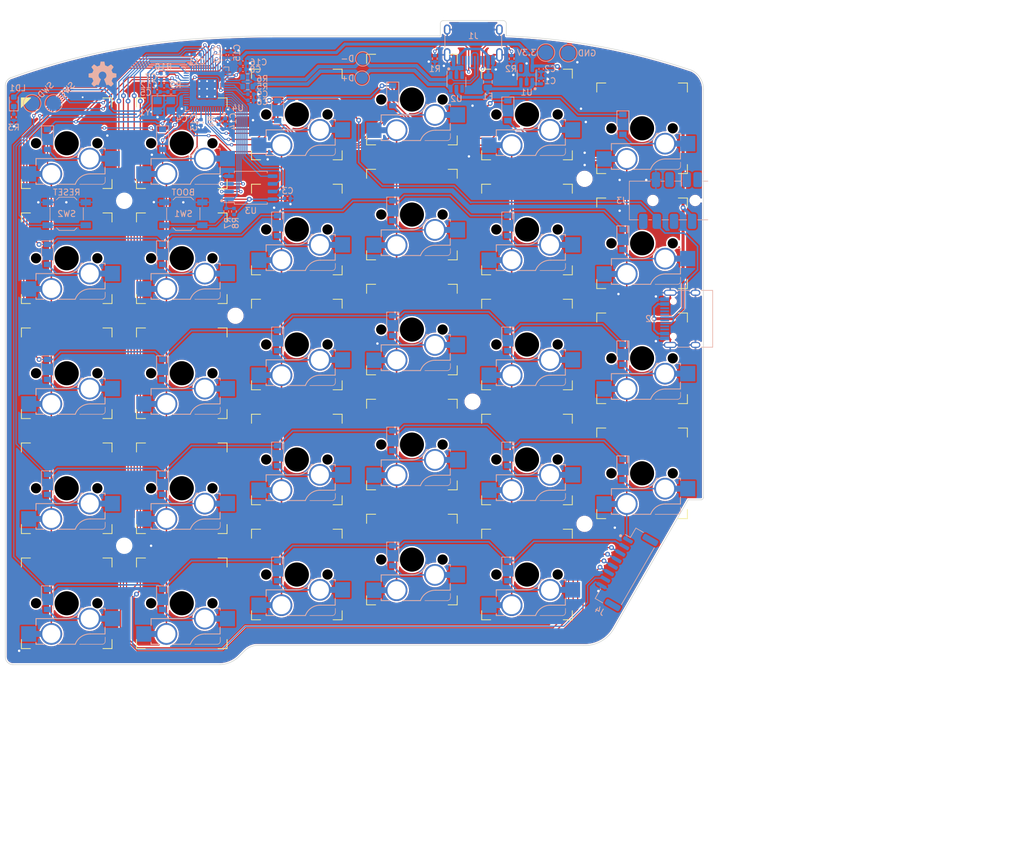
<source format=kicad_pcb>
(kicad_pcb (version 20211014) (generator pcbnew)
  (title_block (title "ErgoSNM Keyboard - Left") (rev "2.0") (comment 1 "MIT License (Open source hardware)") (comment 2 "https://github.com/ziteh/ergo-snm-keyboard"))
  (layers (0 "F.Cu" signal) (31 "B.Cu" signal) (34 "B.Paste" user) (35 "F.Paste" user) (36 "B.SilkS" user "B.Silkscreen") (37 "F.SilkS" user "F.Silkscreen") (38 "B.Mask" user) (39 "F.Mask" user) (44 "Edge.Cuts" user))
  (net 0 "")
  (net 1 "+5V")
  (net 2 "GND")
  (net 3 "+1V1")
  (net 4 "ROW_0")
  (net 5 "Net-(D1-Pad2)")
  (net 6 "ROW_1")
  (net 7 "Net-(D2-Pad2)")
  (net 8 "ROW_2")
  (net 9 "Net-(D3-Pad2)")
  (net 10 "ROW_3")
  (net 11 "Net-(D4-Pad2)")
  (net 12 "ROW_4")
  (net 13 "Net-(D5-Pad2)")
  (net 14 "Net-(D6-Pad2)")
  (net 15 "Net-(D7-Pad2)")
  (net 16 "Net-(D8-Pad2)")
  (net 17 "Net-(D9-Pad2)")
  (net 18 "Net-(D10-Pad2)")
  (net 19 "Net-(D11-Pad2)")
  (net 20 "Net-(D12-Pad2)")
  (net 21 "Net-(D13-Pad2)")
  (net 22 "Net-(D14-Pad2)")
  (net 23 "Net-(D15-Pad2)")
  (net 24 "Net-(D16-Pad2)")
  (net 25 "Net-(D17-Pad2)")
  (net 26 "Net-(D18-Pad2)")
  (net 27 "Net-(D19-Pad2)")
  (net 28 "Net-(D20-Pad2)")
  (net 29 "Net-(D21-Pad2)")
  (net 30 "Net-(D22-Pad2)")
  (net 31 "Net-(D23-Pad2)")
  (net 32 "Net-(D24-Pad2)")
  (net 33 "Net-(D25-Pad2)")
  (net 34 "Net-(D26-Pad2)")
  (net 35 "Net-(D27-Pad2)")
  (net 36 "Net-(D28-Pad2)")
  (net 37 "Net-(D29-Pad2)")
  (net 38 "VBUS")
  (net 39 "COL_7")
  (net 40 "COL_6")
  (net 41 "ROW_5")
  (net 42 "Encoder_B")
  (net 43 "Encoder_A")
  (net 44 "COL_5")
  (net 45 "COL_0")
  (net 46 "COL_1")
  (net 47 "COL_2")
  (net 48 "COL_3")
  (net 49 "COL_4")
  (net 50 "Net-(J1-PadA5)")
  (net 51 "Net-(J1-PadB5)")
  (net 52 "/USB_D+")
  (net 53 "/USB_D-")
  (net 54 "Net-(R5-Pad2)")
  (net 55 "/RP2040/BOOT")
  (net 56 "/RP2040/QSPI_SS")
  (net 57 "/RP2040/~{RESET}")
  (net 58 "SERIAL")
  (net 60 "/RP2040/QSPI_D3")
  (net 61 "/RP2040/QSPI_SCLK")
  (net 62 "/RP2040/QSPI_D0")
  (net 63 "/RP2040/QSPI_D2")
  (net 64 "/RP2040/QSPI_D1")
  (net 67 "Net-(C4-Pad2)")
  (net 68 "/RP2040/SWCLK")
  (net 69 "/RP2040/SWDIO")
  (net 70 "Net-(R6-Pad2)")
  (net 72 "Net-(R9-Pad2)")
  (net 78 "Net-(C5-Pad2)")
  (net 84 "+3V3")
  (net 88 "Net-(LD1-Pad1)")
  (net 89 "STATE_LED")
  (footprint "key-switches:MX_switch_PTH_hotswap_A" (layer "F.Cu") (at 109.22 60.0075)
    (fp_text reference "KEY9" hide)
    (fp_text value "SW_Push_45deg" hide)
  )
  (footprint "key-switches:MX_switch_PTH_hotswap_A" (layer "F.Cu") (at 147.32 79.0575)
    (fp_text reference "KEY17" hide)
    (fp_text value "SW_Push_45deg" hide)
  )
  (footprint "key-switches:MX_switch_PTH_hotswap_A" (layer "F.Cu") (at 128.27 76.581)
    (fp_text reference "KEY16" hide)
    (fp_text value "SW_Push_45deg" hide)
  )
  (footprint "key-switches:MX_switch_PTH_hotswap_A" (layer "F.Cu") (at 109.22 79.0575)
    (fp_text reference "KEY15" hide)
    (fp_text value "SW_Push_45deg" hide)
  )
  (footprint "key-switches:MX_switch_PTH_hotswap_A" (layer "F.Cu") (at 166.37 62.2935)
    (fp_text reference "KEY12" hide)
    (fp_text value "SW_Push_45deg" hide)
  )
  (footprint "key-switches:MX_switch_PTH_hotswap_A" (layer "F.Cu") (at 147.32 60.0075)
    (fp_text reference "KEY11" hide)
    (fp_text value "SW_Push_45deg" hide)
  )
  (footprint "key-switches:MX_switch_PTH_hotswap_A" (layer "F.Cu") (at 71.12 64.77)
    (fp_text reference "KEY7" hide)
    (fp_text value "SW_Push_45deg" hide)
  )
  (footprint "key-switches:MX_switch_PTH_hotswap_A" (layer "F.Cu") (at 147.32 117.1575)
    (fp_text reference "KEY29" hide)
    (fp_text value "SW_Push_45deg" hide)
  )
  (footprint "key-switches:MX_switch_PTH_hotswap_A" (layer "F.Cu") (at 71.12 45.72)
    (fp_text reference "KEY1" hide)
    (fp_text value "SW_Push_45deg" hide)
  )
  (footprint "key-switches:MX_switch_PTH_hotswap_A" (layer "F.Cu") (at 71.12 102.87)
    (fp_text reference "KEY19" hide)
    (fp_text value "SW_Push_45deg" hide)
  )
  (footprint "key-switches:MX_switch_PTH_hotswap_A" (layer "F.Cu") (at 71.12 83.82)
    (fp_text reference "KEY13" hide)
    (fp_text value "SW_Push_45deg" hide)
  )
  (footprint "key-switches:MX_switch_PTH_hotswap_A" (layer "F.Cu") (at 90.17 64.77)
    (fp_text reference "KEY8" hide)
    (fp_text value "SW_Push_45deg" hide)
  )
  (footprint "key-switches:MX_switch_PTH_hotswap_A" (layer "F.Cu") (at 166.37 43.2435)
    (fp_text reference "KEY6" hide)
    (fp_text value "SW_Push_45deg" hide)
  )
  (footprint "key-switches:MX_switch_PTH_hotswap_A" (layer "F.Cu") (at 71.12 121.92)
    (fp_text reference "KEY25" hide)
    (fp_text value "SW_Push_45deg" hide)
  )
  (footprint "key-switches:MX_switch_PTH_hotswap_A" (layer "F.Cu") (at 90.17 121.92)
    (fp_text reference "KEY26" hide)
    (fp_text value "SW_Push_45deg" hide)
  )
  (footprint "key-switches:MX_switch_PTH_hotswap_A" (layer "F.Cu") (at 128.27 114.681)
    (fp_text reference "KEY28" hide)
    (fp_text value "SW_Push_45deg" hide)
  )
  (footprint "key-switches:MX_switch_PTH_hotswap_A" (layer "F.Cu") (at 109.22 98.1075)
    (fp_text reference "KEY21" hide)
    (fp_text value "SW_Push_45deg" hide)
  )
  (footprint "key-switches:MX_switch_PTH_hotswap_A" (layer "F.Cu") (at 166.37 81.3435)
    (fp_text reference "KEY18" hide)
    (fp_text value "SW_Push_45deg" hide)
  )
  (footprint "key-switches:MX_switch_PTH_hotswap_A" (layer "F.Cu") (at 128.27 95.631)
    (fp_text reference "KEY22" hide)
    (fp_text value "SW_Push_45deg" hide)
  )
  (footprint "key-switches:MX_switch_PTH_hotswap_A" (layer "F.Cu") (at 128.27 57.531)
    (fp_text reference "KEY10" hide)
    (fp_text value "SW_Push_45deg" hide)
  )
  (footprint "key-switches:MX_switch_PTH_hotswap_A" (layer "F.Cu") (at 90.17 102.87)
    (fp_text reference "KEY20" hide)
    (fp_text value "SW_Push_45deg" hide)
  )
  (footprint "key-switches:MX_switch_PTH_hotswap_A" (layer "F.Cu") (at 147.32 40.9575)
    (fp_text reference "KEY5" hide)
    (fp_text value "SW_Push_45deg" hide)
  )
  (footprint "key-switches:MX_switch_PTH_hotswap_A" (layer "F.Cu") (at 147.32 98.1075)
    (fp_text reference "KEY23" hide)
    (fp_text value "SW_Push_45deg" hide)
  )
  (footprint "key-switches:MX_switch_PTH_hotswap_A" (layer "F.Cu") (at 109.22 40.9575)
    (fp_text reference "KEY3" hide)
    (fp_text value "SW_Push_45deg" hide)
  )
  (footprint "key-switches:MX_switch_PTH_hotswap_A" (layer "F.Cu") (at 90.17 83.82)
    (fp_text reference "KEY14" hide)
    (fp_text value "SW_Push_45deg" hide)
  )
  (footprint "key-switches:MX_switch_PTH_hotswap_A" (layer "F.Cu") (at 90.17 45.72)
    (fp_text reference "KEY2" hide)
    (fp_text value "SW_Push_45deg" hide)
  )
  (footprint "key-switches:MX_switch_PTH_hotswap_A" (layer "F.Cu") (at 128.27 38.481)
    (fp_text reference "KEY4" hide)
    (fp_text value "SW_Push_45deg" hide)
  )
  (footprint "key-switches:MX_switch_PTH_hotswap_A" (layer "F.Cu") (at 166.37 100.3935)
    (fp_text reference "KEY24" hide)
    (fp_text value "SW_Push_45deg" hide)
  )
  (footprint "key-switches:MX_switch_PTH_hotswap_A" (layer "F.Cu") (at 109.22 117.1575)
    (fp_text reference "KEY27" hide)
    (fp_text value "SW_Push_45deg" hide)
  )
  (footprint "Diode_SMD:D_SOD-123" (layer "B.Cu") (at 125.095 94.996 -90)
    (fp_text reference "D22" hide)
    (fp_text value "1N4148")
  )
  (footprint "Diode_SMD:D_SOD-123" (layer "B.Cu") (at 163.195 99.7585 -90)
    (fp_text reference "D24" hide)
    (fp_text value "1N4148")
  )
  (footprint "Diode_SMD:D_SOD-123" (layer "B.Cu") (at 144.145 40.3225 -90)
    (fp_text reference "D5" hide)
    (fp_text value "1N4148")
  )
  (footprint "Resistor_SMD:R_0402_1005Metric" (layer "B.Cu") (at 97.536 57.023 90)
    (fp_text reference "R7")
    (fp_text value "1k")
  )
  (footprint "Package_DFN_QFN:QFN-56-1EP_7x7mm_P0.4mm_EP3.2x3.2mm" (layer "B.Cu") (at 94.361 36.703 90)
    (fp_text reference "U4")
    (fp_text value "RP2040")
  )
  (footprint "Diode_SMD:D_SOD-123" (layer "B.Cu") (at 67.945 64.135 -90)
    (fp_text reference "D7" hide)
    (fp_text value "1N4148")
  )
  (footprint "TestPoint:TestPoint_Pad_D2.0mm" (layer "B.Cu") (at 120.142 31.75 90)
    (fp_text reference "TP2" hide)
    (fp_text value "TestPoint")
  )
  (footprint "Diode_SMD:D_SOD-123" (layer "B.Cu") (at 106.045 40.3225 -90)
    (fp_text reference "D3" hide)
    (fp_text value "1N4148")
  )
  (footprint "Resistor_SMD:R_0603_1608Metric" (layer "B.Cu") (at 101.092 34.74649 180)
    (fp_text reference "R6")
    (fp_text value "27")
  )
  (footprint "Capacitor_SMD:C_0402_1005Metric" (layer "B.Cu") (at 88.392 41.783)
    (fp_text reference "C4")
    (fp_text value "20pF")
  )
  (footprint "Diode_SMD:D_SOD-123" (layer "B.Cu") (at 67.945 102.235 -90)
    (fp_text reference "D19" hide)
    (fp_text value "1N4148")
  )
  (footprint "TestPoint:TestPoint_Pad_D2.5mm" (layer "B.Cu") (at 65.405 39.116 180)
    (fp_text reference "TP6" hide)
    (fp_text value "TestPoint")
  )
  (footprint "Diode_SMD:D_SOD-123" (layer "B.Cu") (at 144.145 97.4725 -90)
    (fp_text reference "D23" hide)
    (fp_text value "1N4148")
  )
  (footprint "Diode_SMD:D_SOD-123" (layer "B.Cu") (at 86.995 102.235 -90)
    (fp_text reference "D20" hide)
    (fp_text value "1N4148")
  )
  (footprint "MountingHole:MountingHole_2.2mm_M2" (layer "B.Cu") (at 156.845 108.7628 180)
    (fp_text reference "H6" hide)
    (fp_text value "MountingHole" hide)
  )
  (footprint "MountingHole:MountingHole_2.2mm_M2" (layer "B.Cu") (at 80.645 55.245 180)
    (fp_text reference "H1" hide)
    (fp_text value "MountingHole" hide)
  )
  (footprint "kibuzzard-63A148C1" (layer "B.Cu") (at 164.026438 38.693787 180)
    (fp_text reference "kibuzzard-63A148C1" hide)
    (fp_text value "G***" hide)
  )
  (footprint "TestPoint:TestPoint_Pad_D2.5mm" (layer "B.Cu") (at 154.16 30.8 180)
    (fp_text reference "TP4" hide)
    (fp_text value "TestPoint")
  )
  (footprint "Capacitor_SMD:C_0402_1005Metric" (layer "B.Cu") (at 93.345 42.291 -90)
    (fp_text reference "C13")
    (fp_text value "100nF")
  )
  (footprint "LED_SMD:LED_0603_1608Metric" (layer "B.Cu") (at 62.357 38.862 90)
    (fp_text reference "LD1")
    (fp_text value "Red")
  )
  (footprint "Button_Switch_SMD:SW_SPST_TL3342" (layer "B.Cu") (at 71.12 57.404 180)
    (fp_text reference "SW2")
    (fp_text value "RESET")
  )
  (footprint "Diode_SMD:D_SOD-123" (layer "B.Cu") (at 86.995 83.185 -90)
    (fp_text reference "D14" hide)
    (fp_text value "1N4148")
  )
  (footprint "Capacitor_SMD:C_0402_1005Metric" (layer "B.Cu") (at 100.3046 33.4772)
    (fp_text reference "C8")
    (fp_text value "1uF")
  )
  (footprint "TestPoint:TestPoint_Pad_D2.0mm" (layer "B.Cu") (at 120.015 34.925 90)
    (fp_text reference "TP3" hide)
    (fp_text value "TestPoint")
  )
  (footprint "Capacitor_SMD:C_0402_1005Metric" (layer "B.Cu") (at 97.155 31.115 90)
    (fp_text reference "C10")
    (fp_text value "100nF")
  )
  (footprint "Diode_SMD:D_SOD-123" (layer "B.Cu") (at 86.995 121.285 -90)
    (fp_text reference "D26" hide)
    (fp_text value "1N4148")
  )
  (footprint "Diode_SMD:D_SOD-123" (layer "B.Cu") (at 67.945 121.285 -90)
    (fp_text reference "D25" hide)
    (fp_text value "1N4148")
  )
  (footprint "Diode_SMD:D_SOD-123" (layer "B.Cu") (at 106.045 78.4225 -90)
    (fp_text reference "D15" hide)
    (fp_text value "1N4148")
  )
  (footprint "Diode_SMD:D_SOD-123" (layer "B.Cu") (at 67.945 45.085 -90)
    (fp_text reference "D1" hide)
    (fp_text value "1N4148")
  )
  (footprint "Diode_SMD:D_SOD-123" (layer "B.Cu") (at 125.095 75.946 -90)
    (fp_text reference "D16" hide)
    (fp_text value "1N4148")
  )
  (footprint "Capacitor_SMD:C_0402_1005Metric" (layer "B.Cu") (at 92.71 30.988 180)
    (fp_text reference "C11")
    (fp_text value "100nF")
  )
  (footprint "Resistor_SMD:R_0402_1005Metric" (layer "B.Cu") (at 132.06 31.7 -90)
    (fp_text reference "R1")
    (fp_text value "5.1k")
  )
  (footprint "LOGO" (layer "B.Cu") (at 171.56 36.9 180)
    (fp_text reference "G***" hide)
    (fp_text value "LOGO" hide)
  )
  (footprint "Capacitor_SMD:C_0402_1005Metric" (layer "B.Cu") (at 149.66 33.4 -90)
    (fp_text reference "C2")
    (fp_text value "1uF")
  )
  (footprint "Capacitor_SMD:C_0402_1005Metric" (layer "B.Cu") (at 87.249 35.179 180)
    (fp_text reference "C7")
    (fp_text value "100nF")
  )
  (footprint "Diode_SMD:D_SOD-123" (layer "B.Cu") (at 144.145 116.5225 -90)
    (fp_text reference "D29" hide)
    (fp_text value "1N4148")
  )
  (footprint "Diode_SMD:D_SOD-123" (layer "B.Cu") (at 67.945 83.185 -90)
    (fp_text reference "D13" hide)
    (fp_text value "1N4148")
  )
  (footprint "Crystal:Crystal_SMD_3225-4Pin_3.2x2.5mm" (layer "B.Cu") (at 87.249 39.497)
    (fp_text reference "Y1")
    (fp_text value "12MHz")
  )
  (footprint "Capacitor_SMD:C_0402_1005Metric" (layer "B.Cu") (at 101.6 37.592)
    (fp_text reference "C9")
    (fp_text value "100nF")
  )
  (footprint "Diode_SMD:D_SOD-123" (layer "B.Cu") (at 106.045 97.4725 -90)
    (fp_text reference "D21" hide)
    (fp_text value "1N4148")
  )
  (footprint "Capacitor_SMD:C_0402_1005Metric" (layer "B.Cu") (at 100.3046 32.4612)
    (fp_text reference "C16")
    (fp_text value "1uF")
  )
  (footprint "Fuse:Fuse_0805_2012Metric" (layer "B.Cu") (at 140.843 35.56 -90)
    (fp_text reference "F1")
    (fp_text value "500mA, 6V")
  )
  (footprint "Resistor_SMD:R_0402_1005Metric" (layer "B.Cu") (at 88.392 37.211)
    (fp_text reference "R9")
    (fp_text value "1k")
  )
  (footprint "MountingHole:MountingHole_2.2mm_M2" (layer "B.Cu") (at 138.303 88.519 180)
    (fp_text reference "H4" hide)
    (fp_text value "MountingHole" hide)
  )
  (footprint "Package_TO_SOT_SMD:SOT-23-6" (layer "B.Cu") (at 135.636 35.56 -90)
    (fp_text reference "U2")
    (fp_text value "SRV05-4")
  )
  (footprint "Connector_USB:USB_C_Receptacle_HRO_TYPE-C-31-M-12" (layer "B.Cu") (at 174.16 74.8 -90)
    (fp_text reference "J2")
    (fp_text value "USB_C_Receptacle_USB2.0")
  )
  (footprint "Resistor_SMD:R_0402_1005Metric" (layer "B.Cu") (at 87.249 34.163)
    (fp_text reference "R10")
    (fp_text value "10k")
  )
  (footprint "Capacitor_SMD:C_0402_1005Metric" (layer "B.Cu") (at 97.36 42.1 -90)
    (fp_text reference "C14")
    (fp_text value "100nF")
  )
  (footprint "Package_SO:SOIC-8_5.23x5.23mm_P1.27mm" (layer "B.Cu") (at 101.6 53.086)
    (fp_text reference "U3")
    (fp_text value "W25Q128JVS")
  )
  (footprint "MountingHole:MountingHole_2.2mm_M2" (layer "B.Cu") (at 80.645 112.395 180)
    (fp_text reference "H2" hide)
    (fp_text value "MountingHole" hide)
  )
  (footprint "Diode_SMD:D_SOD-123" (layer "B.Cu") (at 144.145 59.3725 -90)
    (fp_text reference "D11" hide)
    (fp_text value "1N4148")
  )
  (footprint "TestPoint:TestPoint_Pad_D2.5mm" (layer "B.Cu") (at 150.46 30.7 180)
    (fp_text reference "TP1" hide)
    (fp_text value "TestPoint")
  )
  (footprint "TestPoint:TestPoint_Pad_D2.5mm" (layer "B.Cu") (at 68.961 39.116 180)
    (fp_text reference "TP5" hide)
    (fp_text value "TestPoint")
  )
  (footprint "Diode_SMD:D_SOD-123" (layer "B.Cu") (at 144.145 78.4225 -90)
    (fp_text reference "D17" hide)
    (fp_text value "1N4148")
  )
  (footprint "Diode_SMD:D_SOD-123" (layer "B.Cu") (at 86.995 64.135 -90)
    (fp_text reference "D8" hide)
    (fp_text value "1N4148")
  )
  (footprint "Diode_SMD:D_SOD-123" (layer "B.Cu") (at 125.095 37.846 -90)
    (fp_text reference "D4" hide)
    (fp_text value "1N4148")
  )
  (footprint "Diode_SMD:D_SOD-123" (layer "B.Cu") (at 86.995 45.085 -90)
    (fp_text reference "D2" hide)
    (fp_text value "1N4148")
  )
  (footprint "ErgoSNM_Keyboard:PJ-393 8P TRRS" (layer "B.Cu") (at 171.86 55.2)
    (fp_text reference "J3")
    (fp_text value "PJ-393_TRRS_8P")
  )
  (footprint "Resistor_SMD:R_0402_1005Metric" (layer "B.Cu") (at 62.357 41.402 -90)
    (fp_text reference "R3")
    (fp_text value "1k")
  )
  (footprint "MountingHole:MountingHole_2.2mm_M2" (layer "B.Cu") (at 99.06 74.295 180)
    (fp_text reference "H3" hide)
    (fp_text value "MountingHole" hide)
  )
  (footprint "Capacitor_SMD:C_0402_1005Metric" (layer "B.Cu") (at 98.298 31.115 90)
    (fp_text reference "C15")
    (fp_text value "100nF")
  )
  (footprint "Connector_USB:USB_C_Receptacle_HRO_TYPE-C-31-M-12" (layer "B.Cu") (at 138.43 27.94)
    (fp_text reference "J1")
    (fp_text value "USB_C_Receptacle_USB2.0")
  )
  (footprint "Capacitor_SMD:C_0402_1005Metric" (layer "B.Cu") (at 101.6 38.608)
    (fp_text reference "C6")
    (fp_text value "100nF")
  )
  (footprint "Resistor_SMD:R_0402_1005Metric" (layer "B.Cu") (at 144.78 31.7 -90)
    (fp_text reference "R2")
    (fp_text value "5.1k")
  )
  (footprint "Resistor_SMD:R_0603_1608Metric" (layer "B.Cu") (at 101.092 36.322 180)
    (fp_text reference "R5")
    (fp_text value "27")
  )
  (footprint "MountingHole:MountingHole_2.2mm_M2" (layer "B.Cu") (at 156.845 51.6128 180)
    (fp_text reference "H5" hide)
    (fp_text value "MountingHole" hide)
  )
  (footprint "Diode_SMD:D_SOD-123" (layer "B.Cu") (at 106.045 116.5225 -90)
    (fp_text reference "D27" hide)
    (fp_text value "1N4148")
  )
  (footprint "Capacitor_SMD:C_0402_1005Metric" (layer "B.Cu") (at 149.66 35.4 90)
    (fp_text reference "C1")
    (fp_text value "1uF")
  )
  (footprint "Resistor_SMD:R_0402_1005Metric" (layer "B.Cu") (at 96.26 42.1 -90)
    (fp_text reference "R4")
    (fp_text value "5.1k")
  )
  (footprint "Resistor_SMD:R_0402_1005Metric" (layer "B.Cu") (at 98.806 57.023 90)
    (fp_text reference "R8")
    (fp_text value "10k")
  )
  (footprint "Diode_SMD:D_SOD-123" (layer "B.Cu") (at 106.045 59.3725 -90)
    (fp_text reference "D9" hide)
    (fp_text value "1N4148")
  )
  (footprint "Capacitor_SMD:C_0402_1005Metric" (layer "B.Cu") (at 87.249 36.195 180)
    (fp_text reference "C12")
    (fp_text value "100nF")
  )
  (footprint "Button_Switch_SMD:SW_SPST_TL3342" (layer "B.Cu") (at 90.424 57.404 180)
    (fp_text reference "SW1")
    (fp_text value "BOOT")
  )
  (footprint "Capacitor_SMD:C_0402_1005Metric" (layer "B.Cu") (at 86.106 37.211)
    (fp_text reference "C5")
    (fp_text value "20pF")
  )
  (footprint "Capacitor_SMD:C_0402_1005Metric" (layer "B.Cu") (at 107.668 54.864)
    (fp_text reference "C3")
    (fp_text value "100nF")
  )
  (footprint "Connector_JST:JST_GH_SM08B-GHS-TB_1x08-1MP_P1.25mm_Horizontal" (layer "B.Cu") (at 163.46 116.15 -120)
    (fp_text reference "J4")
    (fp_text value "Conn_01x08")
  )
  (footprint "Diode_SMD:D_SOD-123" (layer "B.Cu") (at 163.195 61.6585 -90)
    (fp_text reference "D12" hide)
    (fp_text value "1N4148")
  )
  (footprint "Diode_SMD:D_SOD-123" (layer "B.Cu") (at 125.095 114.046 -90)
    (fp_text reference "D28" hide)
    (fp_text value "1N4148")
  )
  (footprint "Diode_SMD:D_SOD-123" (layer "B.Cu") (at 163.195 80.7085 -90)
    (fp_text reference "D18" hide)
    (fp_text value "1N4148")
  )
  (footprint "Diode_SMD:D_SOD-123" (layer "B.Cu") (at 125.095 56.896 -90)
    (fp_text reference "D10" hide)
    (fp_text value "1N4148")
  )
  (footprint "Diode_SMD:D_SOD-123" (layer "B.Cu") (at 163.195 42.6085 -90)
    (fp_text reference "D6" hide)
    (fp_text value "1N4148")
  )
  (footprint "Package_TO_SOT_SMD:SOT-23-5" (layer "B.Cu") (at 147.26 34.4 90)
    (fp_text reference "U1")
    (fp_text value "RT9013-33GB")
  )
  (gr_circle (center 96.774 55.245) (end 97.028 55.245) (layer "B.SilkS") (width 0) (fill solid))
  (gr_circle (center 148.66 36.7) (end 148.914 36.7) (layer "B.SilkS") (width 0) (fill solid))
  (gr_circle (center 162.816916 110.737708) (end 163.070916 110.737708) (layer "B.SilkS") (width 0) (fill solid))
  (gr_circle (center 134.366 33.401) (end 134.62 33.401) (layer "B.SilkS") (width 0) (fill solid))
  (gr_poly (pts (xy 76.757005 32.190537) (xy 76.755696 32.190634) (xy 76.754393 32.190794) (xy 76.753098 32.191016) (xy 76.751814 32.191297) (xy 76.750542 32.191636) (xy 76.749285 32.192032) (xy 76.748044 32.192482) (xy 76.74682 32.192986) (xy 76.745617 32.193542) (xy 76.744436 32.194147) (xy 76.743279 32.194801) (xy 76.742148 32.195502) (xy 76.741044 32.196248) (xy 76.739971 32.197037) (xy 76.738929 32.197869) (xy 76.73792 32.198741) (xy 76.736948 32.199652) (xy 76.736012 32.2006) (xy 76.735117 32.201584) (xy 76.734263 32.202601) (xy 76.733452 32.203651) (xy 76.732686 32.204732) (xy 76.731968 32.205842) (xy 76.731298 32.206979) (xy 76.73068 32.208143) (xy 76.730115 32.209331) (xy 76.729605 32.210541) (xy 76.729152 32.211773) (xy 76.728758 32.213024) (xy 76.728425 32.214293) (xy 76.728154 32.215579) (xy 76.619291 32.800411) (xy 76.619016 32.801707) (xy 76.618682 32.803007) (xy 76.617845 32.805612) (xy 76.616795 32.808209) (xy 76.615546 32.810781) (xy 76.614113 32.81331) (xy 76.61251 32.815781) (xy 76.610753 32.818175) (xy 76.608856 32.820477) (xy 76.606834 32.822668) (xy 76.604701 32.824732) (xy 76.602472 32.826652) (xy 76.600161 32.828412) (xy 76.597784 32.829993) (xy 76.595355 32.83138) (xy 76.594125 32.831994) (xy 76.592888 32.832554) (xy 76.591645 32.833057) (xy 76.590398 32.8335) (xy 76.198424 32.993956) (xy 76.195989 32.995028) (xy 76.193406 32.995924) (xy 76.190699 32.996644) (xy 76.18789 32.997191) (xy 76.185001 32.997566) (xy 76.182056 32.997771) (xy 76.179078 32.997807) (xy 76.176088 32.997675) (xy 76.17311 32.997378) (xy 76.170167 32.996917) (xy 76.16728 32.996294) (xy 76.164474 32.995509) (xy 76.16177 32.994565) (xy 76.159191 32.993463) (xy 76.15676 32.992205) (xy 76.1545 32.990792) (xy 75.665908 32.655501) (xy 75.664807 32.654784) (xy 75.663674 32.654123) (xy 75.662511 32.653518) (xy 75.66132 32.652968) (xy 75.660104 32.652472) (xy 75.658865 32.652032) (xy 75.657606 32.651647) (xy 75.65633 32.651316) (xy 75.655038 32.651039) (xy 75.653734 32.650816) (xy 75.651098 32.650531) (xy 75.64844 32.65046) (xy 75.645782 32.6506) (xy 75.643142 32.650949) (xy 75.640542 32.651507) (xy 75.638 32.65227) (xy 75.636757 32.652728) (xy 75.635537 32.653238) (xy 75.634341 32.653797) (xy 75.633172 32.654407) (xy 75.632033 32.655068) (xy 75.630926 32.655778) (xy 75.629853 32.656538) (xy 75.628818 32.657347) (xy 75.627822 32.658205) (xy 75.626868 32.659113) (xy 75.215391 33.07059) (xy 75.214483 33.071544) (xy 75.213626 33.07254) (xy 75.212817 33.073576) (xy 75.212058 33.074649) (xy 75.21135 33.075757) (xy 75.210691 33.076897) (xy 75.209525 33.079264) (xy 75.208562 33.08173) (xy 75.207803 33.084274) (xy 75.20725 33.086878) (xy 75.206904 33.089521) (xy 75.206766 33.092182) (xy 75.20684 33.094843) (xy 75.207124 33.097482) (xy 75.207623 33.100081) (xy 75.208336 33.102618) (xy 75.208774 33.103858) (xy 75.209265 33.105074) (xy 75.209812 33.106266) (xy 75.210413 33.10743) (xy 75.211069 33.108563) (xy 75.21178 33.109664) (xy 75.541223 33.58983) (xy 75.54264 33.592099) (xy 75.543897 33.594534) (xy 75.544994 33.597111) (xy 75.545929 33.599809) (xy 75.5467 33.602606) (xy 75.547305 33.605479) (xy 75.547745 33.608406) (xy 75.548016 33.611366) (xy 75.548118 33.614335) (xy 75.54805 33.617293) (xy 75.547809 33.620216) (xy 75.547395 33.623083) (xy 75.546806 33.625872) (xy 75.54604 33.62856) (xy 75.545097 33.631126) (xy 75.543975 33.633547) (xy 75.370654 34.037904) (xy 75.369664 34.040387) (xy 75.368447 34.042847) (xy 75.36702 34.04527) (xy 75.3654 34.047641) (xy 75.363605 34.049945) (xy 75.361652 34.052168) (xy 75.359557 34.054294) (xy 75.357338 34.05631) (xy 75.355013 34.058201) (xy 75.352597 34.059951) (xy 75.35011 34.061547) (xy 75.347567 34.062974) (xy 75.344986 34.064216) (xy 75.342384 34.06526) (xy 75.339779 34.066091) (xy 75.337186 34.066693) (xy 74.771754 34.171841) (xy 74.770471 34.172118) (xy 74.769205 34.172457) (xy 74.767957 34.172856) (xy 74.766728 34.173314) (xy 74.76552 34.173828) (xy 74.764334 34.174397) (xy 74.763173 34.175018) (xy 74.762037 34.17569) (xy 74.759851 34.177179) (xy 74.757787 34.178847) (xy 74.755858 34.18068) (xy 74.754079 34.182663) (xy 74.752461 34.18478) (xy 74.751017 34.187016) (xy 74.749761 34.189356) (xy 74.749208 34.19056) (xy 74.748706 34.191784) (xy 74.748257 34.193026) (xy 74.747864 34.194285) (xy 74.747527 34.195558) (xy 74.747248 34.196844) (xy 74.747029 34.198141) (xy 74.746872 34.199446) (xy 74.746777 34.200758) (xy 74.746748 34.202075) (xy 74.746817 34.784018) (xy 74.74685 34.785332) (xy 74.746947 34.786642) (xy 74.747108 34.787946) (xy 74.74733 34.789242) (xy 74.747612 34.790528) (xy 74.747952 34.791801) (xy 74.748348 34.793061) (xy 74.7488 34.794304) (xy 74.749305 34.79553) (xy 74.749861 34.796735) (xy 74.750468 34.797919) (xy 74.751123 34.799079) (xy 74.751825 34.800212) (xy 74.752572 34.801318) (xy 74.753362 34.802395) (xy 74.754195 34.803439) (xy 74.755067 34.80445) (xy 74.755979 34.805425) (xy 74.756927 34.806362) (xy 74.757911 34.807259) (xy 74.758929 34.808115) (xy 74.759979 34.808927) (xy 74.761059 34.809694) (xy 74.762169 34.810413) (xy 74.763306 34.811083) (xy 74.764468 34.811701) (xy 74.765655 34.812266) (xy 74.766863 34.812775) (xy 74.768093 34.813227) (xy 74.769342 34.813619) (xy 74.770609 34.81395) (xy 74.771891 34.814218) (xy 75.323428 34.916855) (xy 75.324727 34.917121) (xy 75.326028 34.917447) (xy 75.32733 34.917832) (xy 75.32863 34.918273) (xy 75.331219 34.919317) (xy 75.333778 34.920563) (xy 75.33629 34.921998) (xy 75.338739 34.923605) (xy 75.341109 34.92537) (xy 75.343383 34.927277) (xy 75.345544 34.929312) (xy 75.347576 34.931459) (xy 75.349463 34.933703) (xy 75.351188 34.936029) (xy 75.352734 34.938422) (xy 75.354086 34.940866) (xy 75.355227 34.943348) (xy 75.355712 34.944597) (xy 75.356139 34.945851) (xy 75.528324 35.37597) (xy 75.52939 35.378417) (xy 75.530278 35.381008) (xy 75.53099 35.383721) (xy 75.531529 35.386534) (xy 75.531896 35.389424) (xy 75.532093 35.392368) (xy 75.532122 35.395345) (xy 75.531983 35.398332) (xy 75.53168 35.401306) (xy 75.531214 35.404246) (xy 75.530587 35.407128) (xy 75.5298 35.40993) (xy 75.528855 35.412631) (xy 75.527754 35.415206) (xy 75.526499 35.417635) (xy 75.525091 35.419894) (xy 75.21178 35.87643) (xy 75.211063 35.877531) (xy 75.210402 35.878665) (xy 75.209796 35.879829) (xy 75.209246 35.881021) (xy 75.208751 35.882238) (xy 75.208311 35.883479) (xy 75.207926 35.88474) (xy 75.207594 35.886018) (xy 75.207318 35.887312) (xy 75.207095 35.888619) (xy 75.20681 35.891262) (xy 75.206739 35.893925) (xy 75.206879 35.89659) (xy 75.207228 35.899236) (xy 75.207785 35.901843) (xy 75.208549 35.904391) (xy 75.209007 35.905636) (xy 75.209516 35.906859) (xy 75.210076 35.908057) (xy 75.210686 35.909228) (xy 75.211346 35.910369) (xy 75.212056 35.911478) (xy 75.212816 35.912551) (xy 75.213625 35.913588) (xy 75.214484 35.914584) (xy 75.215391 35.915538) (xy 75.626938 36.327015) (xy 75.627885 36.327916) (xy 75.628876 36.328769) (xy 75.629907 36.329573) (xy 75.630975 36.330328) (xy 75.632079 36.331033) (xy 75.633216 36.331689) (xy 75.635577 36.332852) (xy 75.638039 36.333814) (xy 75.640581 36.334573) (xy 75.643183 36.335128) (xy 75.645825 36.335477) (xy 75.648487 36.335617) (xy 75.651149 36.335548) (xy 75.65379 36.335268) (xy 75.65639 36.334774) (xy 75.658928 36.334064) (xy 75.660169 36.333628) (xy 75.661386 36.333138) (xy 75.662578 36.332593) (xy 75.663742 36.331993) (xy 75.664876 36.331338) (xy 75.665977 36.330627) (xy 76.114464 36.022819) (xy 76.116718 36.021415) (xy 76.119133 36.020185) (xy 76.121686 36.019127) (xy 76.124355 36.018244) (xy 76.127119 36.017535) (xy 76.129954 36.017) (xy 76.132841 36.01664) (xy 76.135755 36.016455) (xy 76.138676 36.016447) (xy 76.141582 36.016614) (xy 76.14445 36.016958) (xy 76.147258 36.017479) (xy 76.149986 36.018177) (xy 76.152609 36.019053) (xy 76.155108 36.020107) (xy 76.157459 36.02134) (xy 76.355235 36.126935) (xy 76.356418 36.127497) (xy 76.35761 36.127992) (xy 76.35881 36.128419) (xy 76.360016 36.128779) (xy 76.361226 36.129074) (xy 76.362437 36.129304) (xy 76.363647 36.12947) (xy 76.364856 36.129573) (xy 76.366059 36.129612) (xy 76.367256 36.12959) (xy 76.368444 36.129507) (xy 76.369622 36.129363) (xy 76.370786 36.12916) (xy 76.371936 36.128897) (xy 76.373069 36.128577) (xy 76.374183 36.128199) (xy 76.375275 36.127764) (xy 76.376345 36.127274) (xy 76.37739 36.126729) (xy 76.378407 36.126129) (xy 76.379395 36.125475) (xy 76.380351 36.124769) (xy 76.381274 36.124011) (xy 76.382162 36.123201) (xy 76.383012 36.122341) (xy 76.383823 36.12143) (xy 76.384591 36.120471) (xy 76.385317 36.119464) (xy 76.385996 36.118408) (xy 76.386628 36.117307) (xy 76.387209 36.116159) (xy 76.387739 36.114965) (xy 76.795502 35.129593) (xy 76.795973 35.128368) (xy 76.796382 35.127123) (xy 76.79673 35.125863) (xy 76.797016 35.124588) (xy 76.797242 35.123302) (xy 76.797409 35.122006) (xy 76.797518 35.120704) (xy 76.797569 35.119397) (xy 76.797563 35.118088) (xy 76.7975 35.116779) (xy 76.797383 35.115473) (xy 76.79721 35.114171) (xy 76.796984 35.112876) (xy 76.796705 35.111591) (xy 76.796374 35.110318) (xy 76.795992 35.109059) (xy 76.795559 35.107817) (xy 76.795076 35.106593) (xy 76.794544 35.105391) (xy 76.793964 35.104212) (xy 76.793336 35.103059) (xy 76.792662 35.101934) (xy 76.791942 35.10084) (xy 76.791178 35.099779) (xy 76.790368 35.098753) (xy 76.789516 35.097764) (xy 76.78862 35.096816) (xy 76.787683 35.09591) (xy 76.786705 35.095048) (xy 76.785686 35.094234) (xy 76.784629 35.093469) (xy 76.783532 35.092755) (xy 76.734036 35.062453) (xy 76.730474 35.060184) (xy 76.72667 35.057594) (xy 76.722697 35.05474) (xy 76.718627 35.051678) (xy 76.714531 35.048465) (xy 76.710481 35.045156) (xy 76.706548 35.041809) (xy 76.702805 35.038479) (xy 76.67004 35.016052) (xy 76.63877 34.991701) (xy 76.609081 34.965512) (xy 76.581058 34.93757) (xy 76.554786 34.907959) (xy 76.530351 34.876764) (xy 76.507838 34.84407) (xy 76.487332 34.809962) (xy 76.468919 34.774524) (xy 76.452685 34.737842) (xy 76.438713 34.7) (xy 76.427091 34.661084) (xy 76.417903 34.621177) (xy 76.411234 34.580365) (xy 76.40717 34.538734) (xy 76.405797 34.496366) (xy 76.406634 34.463247) (xy 76.409119 34.430563) (xy 76.413212 34.398354) (xy 76.418872 34.36666) (xy 76.426058 34.335523) (xy 76.43473 34.304983) (xy 76.444848 34.275079) (xy 76.456371 34.245853) (xy 76.469259 34.217345) (xy 76.483471 34.189595) (xy 76.498967 34.162643) (xy 76.515707 34.136531) (xy 76.533649 34.111299) (xy 76.552754 34.086986) (xy 76.572981 34.063635) (xy 76.59429 34.041284) (xy 76.61664 34.019974) (xy 76.639991 33.999746) (xy 76.664303 33.98064) (xy 76.689534 33.962697) (xy 76.715645 33.945958) (xy 76.742594 33.930461) (xy 76.770343 33.916249) (xy 76.798849 33.903361) (xy 76.828073 33.891837) (xy 76.857975 33.881719) (xy 76.888513 33.873047) (xy 76.919648 33.865861) (xy 76.951339 33.860201) (xy 76.983545 33.856108) (xy 77.016227 33.853623) (xy 77.049343 33.852786) (xy 77.082459 33.853623) (xy 77.115141 33.856108) (xy 77.147347 33.860201) (xy 77.179039 33.865861) (xy 77.210174 33.873047) (xy 77.240714 33.881719) (xy 77.270616 33.891837) (xy 77.299842 33.903361) (xy 77.328349 33.916249) (xy 77.356099 33.930461) (xy 77.38305 33.945958) (xy 77.409163 33.962697) (xy 77.434395 33.98064) (xy 77.458708 33.999746) (xy 77.482061 34.019974) (xy 77.504413 34.041284) (xy 77.525723 34.063635) (xy 77.545952 34.086986) (xy 77.565058 34.111299) (xy 77.583002 34.136531) (xy 77.599743 34.162643) (xy 77.615241 34.189595) (xy 77.629454 34.217345) (xy 77.642344 34.245853) (xy 77.653868 34.275079) (xy 77.663987 34.304983) (xy 77.67266 34.335523) (xy 77.679847 34.36666) (xy 77.685507 34.398354) (xy 77.6896 34.430563) (xy 77.692086 34.463247) (xy 77.692923 34.496366) (xy 77.692578 34.517637) (xy 77.691549 34.538734) (xy 77.689848 34.559647) (xy 77.687484 34.580365) (xy 77.68447 34.600879) (xy 77.680814 34.621177) (xy 77.676529 34.641249) (xy 77.671624 34.661084) (xy 77.666111 34.680671) (xy 77.66 34.7) (xy 77.653301 34.719061) (xy 77.646026 34.737842) (xy 77.638185 34.756333) (xy 77.62979 34.774524) (xy 77.611375 34.809962) (xy 77.590868 34.84407) (xy 77.568354 34.876764) (xy 77.543919 34.907959) (xy 77.517648 34.93757) (xy 77.489626 34.965513) (xy 77.45994 34.991701) (xy 77.428675 35.016052) (xy 77.395915 35.038479) (xy 77.392151 35.041809) (xy 77.388204 35.045156) (xy 77.384146 35.048465) (xy 77.380046 35.051678) (xy 77.375972 35.05474) (xy 77.371996 35.057594) (xy 77.368187 35.060184) (xy 77.364615 35.062453) (xy 77.315119 35.092755) (xy 77.314016 35.093469) (xy 77.312953 35.094234) (xy 77.311929 35.095048) (xy 77.310947 35.09591) (xy 77.310006 35.096816) (xy 77.309107 35.097764) (xy 77.30744 35.099779) (xy 77.305951 35.101934) (xy 77.304648 35.104212) (xy 77.303535 35.106593) (xy 77.302621 35.109059) (xy 77.301909 35.111591) (xy 77.301407 35.114171) (xy 77.301122 35.116779) (xy 77.301058 35.119397) (xy 77.301223 35.122006) (xy 77.301393 35.123302) (xy 77.301622 35.124588) (xy 77.301912 35.125863) (xy 77.302262 35.127123) (xy 77.302675 35.128368) (xy 77.303149 35.129593) (xy 77.710946 36.114931) (xy 77.711476 36.116124) (xy 77.712058 36.117273) (xy 77.71269 36.118375) (xy 77.71337 36.119431) (xy 77.714096 36.120439) (xy 77.714865 36.121399) (xy 77.715677 36.12231) (xy 77.716528 36.123172) (xy 77.717417 36.123982) (xy 77.718341 36.124742) (xy 77.719298 36.125449) (xy 77.720287 36.126104) (xy 77.721306 36.126705) (xy 77.722351 36.127251) (xy 77.723422 36.127742) (xy 77.724515 36.128178) (xy 77.72563 36.128556) (xy 77.726763 36.128877) (xy 77.727914 36.12914) (xy 77.729079 36.129344) (xy 77.730256 36.129488) (xy 77.731444 36.129571) (xy 77.732641 36.129593) (xy 77.733844 36.129553) (xy 77.735052 36.12945) (xy 77.736261 36.129283) (xy 77.737471 36.129052) (xy 77.738679 36.128755) (xy 77.739883 36.128393) (xy 77.741081 36.127963) (xy 77.742271 36.127466) (xy 77.74345 36.126901) (xy 77.941226 36.021306) (xy 77.943572 36.020073) (xy 77.946066 36.01902) (xy 77.948687 36.018146) (xy 77.951412 36.01745) (xy 77.95422 36.016931) (xy 77.957088 36.016589) (xy 77.959995 36.016424) (xy 77.962917 36.016434) (xy 77.965833 36.01662) (xy 77.968722 36.016981) (xy 77.97156 36.017516) (xy 77.974325 36.018224) (xy 77.976996 36.019106) (xy 77.979551 36.020161) (xy 77.981966 36.021387) (xy 77.984221 36.022785) (xy 78.432674 36.330593) (xy 78.433778 36.331304) (xy 78.434914 36.331959) (xy 78.436081 36.332559) (xy 78.437275 36.333104) (xy 78.438494 36.333594) (xy 78.439735 36.33403) (xy 78.440997 36.334412) (xy 78.442276 36.33474) (xy 78.443571 36.335013) (xy 78.444878 36.335234) (xy 78.447519 36.335514) (xy 78.450181 36.335583) (xy 78.452843 36.335443) (xy 78.455485 36.335094) (xy 78.458088 36.334539) (xy 78.46063 36.33378) (xy 78.461873 36.333324) (xy 78.463093 36.332818) (xy 78.464289 36.332261) (xy 78.465457 36.331655) (xy 78.466594 36.330999) (xy 78.4677 36.330294) (xy 78.468771 36.329539) (xy 78.469804 36.328735) (xy 78.470797 36.327882) (xy 78.471748 36.326981) (xy 78.883294 35.915504) (xy 78.884198 35.91455) (xy 78.885054 35.913553) (xy 78.88586 35.912517) (xy 78.886618 35.911443) (xy 78.887325 35.910335) (xy 78.887983 35.909194) (xy 78.88915 35.906825) (xy 78.890114 35.904356) (xy 78.890876 35.901809) (xy 78.891432 35.899202) (xy 78.891781 35.896556) (xy 78.891921 35.893891) (xy 78.891851 35.891228) (xy 78.891568 35.888585) (xy 78.891071 35.885984) (xy 78.890359 35.883445) (xy 78.88992 35.882204) (xy 78.889428 35.880987) (xy 78.88888 35.879795) (xy 78.888277 35.87863) (xy 78.887619 35.877497) (xy 78.886905 35.876396) (xy 78.573628 35.41986) (xy 78.572209 35.417601) (xy 78.570944 35.415172) (xy 78.569836 35.412596) (xy 78.568885 35.409896) (xy 78.568094 35.407094) (xy 78.567464 35.404212) (xy 78.566996 35.401272) (xy 78.566693 35.398298) (xy 78.566555 35.395311) (xy 78.566585 35.392334) (xy 78.566783 35.389389) (xy 78.567151 35.3865) (xy 78.567692 35.383687) (xy 78.568406 35.380974) (xy 78.569295 35.378383) (xy 78.570361 35.375936) (xy 78.742546 34.945817) (xy 78.74297 34.944563) (xy 78.743454 34.943314) (xy 78.744592 34.940832) (xy 78.745944 34.938387) (xy 78.747493 34.935994) (xy 78.749222 34.933668) (xy 78.751114 34.931424) (xy 78.753152 34.929277) (xy 78.75532 34.927243) (xy 78.7576 34.925336) (xy 78.759975 34.923571) (xy 78.76243 34.921964) (xy 78.764946 34.920529) (xy 78.767507 34.919283) (xy 78.770096 34.918239) (xy 78.772696 34.917413) (xy 78.773995 34.917087) (xy 78.775291 34.916821) (xy 79.326828 34.814184) (xy 79.328113 34.813916) (xy 79.329383 34.813585) (xy 79.330634 34.813193) (xy 79.331865 34.812741) (xy 79.333076 34.812232) (xy 79.334264 34.811667) (xy 79.335427 34.811049) (xy 79.336565 34.810379) (xy 79.337675 34.80966) (xy 79.338755 34.808893) (xy 79.340823 34.807225) (xy 79.342755 34.80539) (xy 79.344538 34.803405) (xy 79.346159 34.801284) (xy 79.347606 34.799044) (xy 79.348865 34.796701) (xy 79.349924 34.79427) (xy 79.350375 34.793027) (xy 79.350771 34.791767) (xy 79.35111 34.790493) (xy 79.351391 34.789208) (xy 79.351612 34.787912) (xy 79.351773 34.786608) (xy 79.35187 34.785298) (xy 79.351903 34.783984) (xy 79.351937 34.202041) (xy 79.351904 34.200727) (xy 79.351807 34.199418) (xy 79.351648 34.198115) (xy 79.351427 34.196821) (xy 79.351146 34.195538) (xy 79.350808 34.194267) (xy 79.350413 34.19301) (xy 79.349964 34.19177) (xy 79.349461 34.190547) (xy 79.348906 34.189345) (xy 79.348302 34.188164) (xy 79.347649 34.187008) (xy 79.346949 34.185877) (xy 79.346204 34.184774) (xy 79.345416 34.183701) (xy 79.344585 34.182659) (xy 79.343714 34.181651) (xy 79.342803 34.180678) (xy 79.341856 34.179742) (xy 79.340873 34.178845) (xy 79.339855 34.17799) (xy 79.338805 34.177178) (xy 79.337724 34.17641) (xy 79.336614 34.175689) (xy 79.335475 34.175018) (xy 79.334311 34.174397) (xy 79.333122 34.173828) (xy 79.33191 34.173314) (xy 79.330676 34.172856) (xy 79.329423 34.172457) (xy 79.328151 34.172118) (xy 79.326862 34.171841) (xy 78.761464 34.066693) (xy 78.760164 34.066422) (xy 78.75886 34.066091) (xy 78.756245 34.06526) (xy 78.753636 34.064216) (xy 78.751049 34.062974) (xy 78.748503 34.061547) (xy 78.746013 34.059951) (xy 78.743598 34.058201) (xy 78.741273 34.05631) (xy 78.739057 34.054294) (xy 78.736965 34.052168) (xy 78.735016 34.049945) (xy 78.733226 34.047641) (xy 78.731612 34.04527) (xy 78.730191 34.042847) (xy 78.72898 34.040387) (xy 78.728459 34.039147) (xy 78.727997 34.037904) (xy 78.554642 33.633547) (xy 78.553525 33.631126) (xy 78.552587 33.62856) (xy 78.551826 33.625872) (xy 78.55124 33.623083) (xy 78.550828 33.620216) (xy 78.550589 33.617293) (xy 78.55052 33.614335) (xy 78.550622 33.611366) (xy 78.550891 33.608406) (xy 78.551327 33.605479) (xy 78.551928 33.602606) (xy 78.552692 33.599809) (xy 78.553619 33.597111) (xy 78.554707 33.594534) (xy 78.555954 33.592099) (xy 78.557359 33.58983) (xy 78.886837 33.109664) (xy 78.887553 33.108563) (xy 78.888214 33.10743) (xy 78.888819 33.106266) (xy 78.889369 33.105074) (xy 78.889863 33.103858) (xy 78.890303 33.102618) (xy 78.890687 33.101358) (xy 78.891017 33.100081) (xy 78.891293 33.098788) (xy 78.891515 33.097482) (xy 78.891797 33.094843) (xy 78.891867 33.092182) (xy 78.891725 33.089521) (xy 78.891374 33.086878) (xy 78.890816 33.084274) (xy 78.890052 33.08173) (xy 78.889594 33.080486) (xy 78.889086 33.079264) (xy 78.888527 33.078067) (xy 78.887918 33.076897) (xy 78.887259 33.075757) (xy 78.88655 33.074649) (xy 78.885792 33.073576) (xy 78.884985 33.07254) (xy 78.884129 33.071544) (xy 78.883225 33.07059) (xy 78.471713 32.659113) (xy 78.470762 32.658205) (xy 78.469769 32.657347) (xy 78.468736 32.656538) (xy 78.467665 32.655778) (xy 78.46656 32.655068) (xy 78.465422 32.654407) (xy 78.463059 32.653238) (xy 78.460596 32.65227) (xy 78.458053 32.651507) (xy 78.45545 32.650949) (xy 78.452808 32.6506) (xy 78.450146 32.65046) (xy 78.447484 32.650531) (xy 78.444843 32.650816) (xy 78.442242 32.651316) (xy 78.439701 32.652032) (xy 78.438459 32.652473) (xy 78.43724 32.652968) (xy 78.436046 32.653518) (xy 78.434879 32.654123) (xy 78.433743 32.654784) (xy 78.432639 32.655501) (xy 77.944081 32.990792) (xy 77.941827 32.992205) (xy 77.939402 32.993463) (xy 77.936827 32.994565) (xy 77.934127 32.995509) (xy 77.931323 32.996294) (xy 77.928439 32.996917) (xy 77.925497 32.997378) (xy 77.922519 32.997675) (xy 77.919529 32.997807) (xy 77.916549 32.997771) (xy 77.913602 32.997566) (xy 77.910711 32.997191) (xy 77.907898 32.996644) (xy 77.905187 32.995924) (xy 77.902599 32.995028) (xy 77.900158 32.993956) (xy 77.508148 32.8335) (xy 77.505653 32.832554) (xy 77.503182 32.83138) (xy 77.50075 32.829993) (xy 77.498371 32.828412) (xy 77.49606 32.826652) (xy 77.493831 32.824732) (xy 77.491699 32.822668) (xy 77.489678 32.820477) (xy 77.487782 32.818175) (xy 77.486027 32.815781) (xy 77.484427 32.81331) (xy 77.482996 32.810781) (xy 77.481749 32.808209) (xy 77.4807 32.805612) (xy 77.479864 32.803007) (xy 77.479256 32.800411) (xy 77.370427 32.215579) (xy 77.370157 32.214293) (xy 77.369823 32.213024) (xy 77.369429 32.211773) (xy 77.368976 32.210541) (xy 77.368466 32.209331) (xy 77.367901 32.208143) (xy 77.367283 32.206979) (xy 77.366614 32.205842) (xy 77.365896 32.204732) (xy 77.365131 32.203651) (xy 77.363466 32.201584) (xy 77.361637 32.199652) (xy 77.359657 32.197869) (xy 77.357543 32.196248) (xy 77.355311 32.194801) (xy 77.352975 32.193542) (xy 77.351774 32.192986) (xy 77.350552 32.192482) (xy 77.349313 32.192032) (xy 77.348058 32.191636) (xy 77.346788 32.191297) (xy 77.345506 32.191016) (xy 77.344214 32.190794) (xy 77.342914 32.190634) (xy 77.341608 32.190537) (xy 77.340297 32.190504) (xy 76.758319 32.190504)) (layer "B.SilkS") (width 0) (fill solid))
  (gr_circle (center 97.155 40.9448) (end 97.409 40.9448) (layer "B.SilkS") (width 0) (fill solid))
  (gr_poly (pts (xy 63.62 39.744) (xy 63.62 38.22) (xy 65.144 38.22)) (layer "F.SilkS") (width 0.15) (fill solid))
  (gr_line (start 133.477 25.4) (end 143.383 25.4) (layer "Edge.Cuts") (width 0.1))
  (gr_arc (start 62.23 132.08) (mid 61.331974 131.708026) (end 60.96 130.81) (layer "Edge.Cuts") (width 0.1))
  (gr_arc (start 99.822 130.556) (mid 98.323259 131.647895) (end 96.52 132.08) (layer "Edge.Cuts") (width 0.1))
  (gr_arc (start 176.53 104.394) (mid 176.418408 104.663408) (end 176.149 104.775) (layer "Edge.Cuts") (width 0.1))
  (gr_line (start 102.362 128.905) (end 156.718 128.905) (layer "Edge.Cuts") (width 0.1))
  (gr_line (start 132.969 27.94) (end 105.41 27.94) (layer "Edge.Cuts") (width 0.1))
  (gr_arc (start 161.70275 126.125855) (mid 159.596418 128.207848) (end 156.718 128.905) (layer "Edge.Cuts") (width 0.1))
  (gr_line (start 99.822 130.556) (end 100.584 129.794) (layer "Edge.Cuts") (width 0.1))
  (gr_line (start 176.149 104.775) (end 173.99 104.775) (layer "Edge.Cuts") (width 0.1))
  (gr_line (start 132.969 25.908) (end 132.969 27.94) (layer "Edge.Cuts") (width 0.1))
  (gr_line (start 60.96 36.195) (end 60.96 130.81) (layer "Edge.Cuts") (width 0.1))
  (gr_arc (start 132.969 25.908) (mid 133.11779 25.54879) (end 133.477 25.4) (layer "Edge.Cuts") (width 0.1))
  (gr_line (start 62.23 132.08) (end 96.52 132.08) (layer "Edge.Cuts") (width 0.1))
  (gr_arc (start 143.891 27.94) (mid 159.462526 29.697603) (end 174.625 33.655) (layer "Edge.Cuts") (width 0.1))
  (gr_line (start 176.53 104.394) (end 176.53 36.83) (layer "Edge.Cuts") (width 0.1))
  (gr_arc (start 61.722 34.925) (mid 77.613466 30.462737) (end 93.98 28.321) (layer "Edge.Cuts") (width 0.1))
  (gr_arc (start 174.625 33.655) (mid 176.035104 34.967938) (end 176.53 36.83) (layer "Edge.Cuts") (width 0.1))
  (gr_line (start 143.891 25.908) (end 143.891 27.94) (layer "Edge.Cuts") (width 0.1))
  (gr_arc (start 100.584 129.794) (mid 101.400492 129.204489) (end 102.362 128.905) (layer "Edge.Cuts") (width 0.1))
  (gr_arc (start 60.96 36.195) (mid 61.165114 35.454469) (end 61.722 34.925) (layer "Edge.Cuts") (width 0.1))
  (gr_arc (start 143.383 25.4) (mid 143.74221 25.54879) (end 143.891 25.908) (layer "Edge.Cuts") (width 0.1))
  (gr_line (start 173.99 104.775) (end 161.70275 126.125855) (layer "Edge.Cuts") (width 0.1))
  (gr_arc (start 93.98 28.321) (mid 99.692247 28.047912) (end 105.41 27.94) (layer "Edge.Cuts") (width 0.1))
  (gr_text "LEFT" (at 138.43 26.924) (layer "F.Cu") (effects (font (size 1.2 1.2) (thickness 0.2))))
  (segment (start 146.31 36.55) (end 146.36 36.6) (width 0.5) (layer "B.Cu") (net 1))
  (segment (start 147.76 36.7) (end 148.21 36.25) (width 0.5) (layer "B.Cu") (net 1))
  (segment (start 148.5525 35.88) (end 148.21 35.5375) (width 0.5) (layer "B.Cu") (net 1))
  (segment (start 141.0455 36.7) (end 146.26 36.7) (width 0.5) (layer "B.Cu") (net 1))
  (segment (start 146.31 35.5375) (end 146.31 36.55) (width 0.5) (layer "B.Cu") (net 1))
  (segment (start 136.3345 38.1) (end 140.081 38.1) (width 0.5) (layer "B.Cu") (net 1))
  (segment (start 135.636 36.6975) (end 135.636 37.4015) (width 0.5) (layer "B.Cu") (net 1))
  (segment (start 135.636 37.4015) (end 136.3345 38.1) (width 0.5) (layer "B.Cu") (net 1))
  (segment (start 149.66 35.88) (end 148.5525 35.88) (width 0.5) (layer "B.Cu") (net 1))
  (segment (start 148.21 36.25) (end 148.21 35.5375) (width 0.5) (layer "B.Cu") (net 1))
  (segment (start 140.843 37.338) (end 140.843 36.4975) (width 0.5) (layer "B.Cu") (net 1))
  (segment (start 140.843 36.4975) (end 141.0455 36.7) (width 0.5) (layer "B.Cu") (net 1))
  (segment (start 146.26 36.7) (end 146.36 36.6) (width 0.5) (layer "B.Cu") (net 1))
  (segment (start 140.081 38.1) (end 140.843 37.338) (width 0.5) (layer "B.Cu") (net 1))
  (segment (start 146.26 36.7) (end 147.76 36.7) (width 0.5) (layer "B.Cu") (net 1))
  (via (at 161.86 109.4) (size 0.8) (drill 0.4) (layers "F.Cu" "B.Cu") (net 2))
  (via (at 93.091 37.973) (size 0.56) (drill 0.3) (layers "F.Cu" "B.Cu") (net 2))
  (via (at 95.631 37.973) (size 0.56) (drill 0.3) (layers "F.Cu" "B.Cu") (net 2))
  (via (at 99.568 30.353) (size 0.8) (drill 0.4) (layers "F.Cu" "B.Cu") (net 2))
  (via (at 98.36 42.1) (size 0.8) (drill 0.4) (layers "F.Cu" "B.Cu") (net 2))
  (via (at 101.473 32.4612) (size 0.8) (drill 0.4) (layers "F.Cu" "B.Cu") (net 2))
  (via (at 156.8704 47.2948) (size 0.8) (drill 0.4) (layers "F.Cu" "B.Cu") (net 2))
  (via (at 108.16 55.8) (size 0.8) (drill 0.4) (layers "F.Cu" "B.Cu") (net 2))
  (via (at 94.361 37.973) (size 0.56) (drill 0.3) (layers "F.Cu" "B.Cu") (net 2))
  (via (at 167.06 51.8) (size 0.8) (drill 0.4) (layers "F.Cu" "B.Cu") (net 2))
  (via (at 63.246 129.794) (size 0.8) (drill 0.4) (layers "F.Cu" "B.Cu") (net 2))
  (via (at 85.09 112.395) (size 0.8) (drill 0.4) (layers "F.Cu" "B.Cu") (net 2))
  (via (at 104.394 48.387) (size 0.8) (drill 0.4) (layers "F.Cu" "B.Cu") (net 2))
  (via (at 162.66 51.8) (size 0.8) (drill 0.4) (layers "F.Cu" "B.Cu") (net 2))
  (via (at 138.303 39.497) (size 0.8) (drill 0.4) (layers "F.Cu" "B.Cu") (net 2))
  (via (at 94.361 36.703) (size 0.56) (drill 0.3) (layers "F.Cu" "B.Cu") (net 2))
  (via (at 73.76 38.1) (size 0.56) (drill 0.3) (layers "F.Cu" "B.Cu") (net 2))
  (via (at 156.26 40) (size 0.8) (drill 0.4) (layers "F.Cu" "B.Cu") (net 2))
  (via (at 159.131 119.888) (size 0.8) (drill 0.4) (layers "F.Cu" "B.Cu") (net 2))
  (via (at 145.06 34.4) (size 0.8) (drill 0.4) (layers "F.Cu" "B.Cu") (net 2))
  (via (at 133.56 32.9) (size 0.8) (drill 0.4) (layers "F.Cu" "B.Cu") (net 2))
  (via (at 95.631 35.433) (size 0.56) (drill 0.3) (layers "F.Cu" "B.Cu") (net 2))
  (via (at 77.851 44.45) (size 0.8) (drill 0.4) (layers "F.Cu" "B.Cu") (net 2))
  (via (at 102.87 38.608) (size 0.8) (drill 0.4) (layers "F.Cu" "B.Cu") (net 2))
  (via (at 105.46 56.4) (size 0.8) (drill 0.4) (layers "F.Cu" "B.Cu") (net 2))
  (via (at 162.66 56.9) (size 0.8) (drill 0.4) (layers "F.Cu" "B.Cu") (net 2))
  (via (at 91.948 42.799) (size 0.56) (drill 0.3) (layers "F.Cu" "B.Cu") (net 2))
  (via (at 162.46 70.7) (size 0.8) (drill 0.4) (layers "F.Cu" "B.Cu") (net 2))
  (via (at 85.217 47.625) (size 0.8) (drill 0.4) (layers "F.Cu" "B.Cu") (net 2))
  (via (at 95.631 36.703) (size 0.56) (drill 0.3) (layers "F.Cu" "B.Cu") (net 2))
  (via (at 86.16 41.4) (size 0.8) (drill 0.4) (layers "F.Cu" "B.Cu") (net 2))
  (via (at 91.44 30.988) (size 0.56) (drill 0.3) (layers "F.Cu" "B.Cu") (net 2))
  (via (at 85.5472 55.4736) (size 0.8) (drill 0.4) (layers "F.Cu" "B.Cu") (net 2))
  (via (at 98.298 29.972) (size 0.56) (drill 0.3) (layers "F.Cu" "B.Cu") (net 2))
  (via (at 94.361 35.433) (size 0.56) (drill 0.3) (layers "F.Cu" "B.Cu") (net 2))
  (via (at 156.8704 49.3268) (size 0.8) (drill 0.4) (layers "F.Cu" "B.Cu") (net 2))
  (via (at 122.56 78.9) (size 0.8) (drill 0.4) (layers "F.Cu" "B.Cu") (net 2))
  (via (at 96.52 51.181) (size 0.8) (drill 0.4) (layers "F.Cu" "B.Cu") (net 2))
  (via (at 90.17 40.005) (size 0.8) (drill 0.4) (layers "F.Cu" "B.Cu") (net 2))
  (via (at 157.06 42.2) (size 0.8) (drill 0.4) (layers "F.Cu" "B.Cu") (net 2))
  (via (at 97.409 29.972) (size 0.56) (drill 0.3) (layers "F.Cu" "B.Cu") (net 2))
  (via (at 137.71 47.9) (size 0.8) (drill 0.4) (layers "F.Cu" "B.Cu") (net 2))
  (via (at 150.76 34) (size 0.8) (drill 0.4) (layers "F.Cu" "B.Cu") (net 2))
  (via (at 150.76 35.1) (size 0.8) (drill 0.4) (layers "F.Cu" "B.Cu") (net 2))
  (via (at 90.424 55.504) (size 0.8) (drill 0.4) (layers "F.Cu" "B.Cu") (net 2))
  (via (at 147.26 32.5) (size 0.8) (drill 0.4) (layers "F.Cu" "B.Cu") (net 2))
  (via (at 168.66 78.5) (size 0.8) (drill 0.4) (layers "F.Cu" "B.Cu") (net 2))
  (via (at 85.852 36.195) (size 0.8) (drill 0.4) (layers "F.Cu" "B.Cu") (net 2))
  (via (at 142.16 33.5) (size 0.8) (drill 0.4) (layers "F.Cu" "B.Cu") (net 2))
  (via (at 93.091 36.703) (size 0.56) (drill 0.3) (layers "F.Cu" "B.Cu") (net 2))
  (via (at 85.09 40.513) (size 0.56) (drill 0.3) (layers "F.Cu" "B.Cu") (net 2))
  (via (at 62.357 42.926) (size 0.8) (drill 0.4) (layers "F.Cu" "B.Cu") (net 2))
  (via (at 71.06 55.5) (size 0.8) (drill 0.4) (layers "F.Cu" "B.Cu") (net 2))
  (via (at 131.06 32.2) (size 0.8) (drill 0.4) (layers "F.Cu" "B.Cu") (net 2))
  (via (at 93.091 35.433) (size 0.56) (drill 0.3) (layers "F.Cu" "B.Cu") (net 2))
  (via (at 101.473 33.4772) (size 0.8) (drill 0.4) (layers "F.Cu" "B.Cu") (net 2))
  (via (at 155.66 32.3) (size 0.8) (drill 0.4) (layers "F.Cu" "B.Cu") (net 2))
  (via (at 101.96 41.9) (size 0.8) (drill 0.4) (layers "F.Cu" "B.Cu") (net 2))
  (via (at 66.421 55.504) (size 0.8) (drill 0.4) (layers "F.Cu" "B.Cu") (net 2))
  (via (at 97.79 40.132) (size 0.56) (drill 0.3) (layers "F.Cu" "B.Cu") (net 2))
  (via (at 102.87 37.592) (size 0.8) (drill 0.4) (layers "F.Cu" "B.Cu") (net 2))
  (via (at 168.66 71.1) (size 0.8) (drill 0.4) (layers "F.Cu" "B.Cu") (net 2))
  (segment (start 88.099 38.647) (end 88.349 38.647) (width 0.2) (layer "B.Cu") (net 2))
  (segment (start 86.399 40.347) (end 88.099 38.647) (width 0.23) (layer "B.Cu") (net 2))
  (segment (start 141.68 31.985) (end 141.835 31.985) (width 0.2) (layer "B.Cu") (net 2))
  (segment (start 90.17 37.99) (end 90.457 37.703) (width 0.2) (layer "B.Cu") (net 2))
  (segment (start 93.574 55.504) (end 90.424 55.504) (width 0.2) (layer "B.Cu") (net 2))
  (segment (start 85.626 36.421) (end 85.626 37.211) (width 0.2) (layer "B.Cu") (net 2))
  (segment (start 85.852 36.195) (end 85.626 36.421) (width 0.2) (layer "B.Cu") (net 2))
  (segment (start 135.636 34.4225) (end 135.636 33.528) (width 0.5) (layer "B.Cu") (net 2))
  (segment (start 90.17 40.005) (end 90.17 37.99) (width 0.2) (layer "B.Cu") (net 2))
  (segment (start 67.97 55.504) (end 74.27 55.504) (width 0.2) (layer "B.Cu") (net 2))
  (segment (start 135.025 31.985) (end 134.11 31.07) (width 0.25) (layer "B.Cu") (net 2))
  (segment (start 86.543 41.783) (end 87.912 41.783) (width 0.2) (layer "B.Cu") (net 2))
  (segment (start 86.16 41.4) (end 86.543 41.783) (width 0.2) (layer "B.Cu") (net 2))
  (segment (start 135.636 33.528) (end 135.18 33.072) (width 0.5) (layer "B.Cu") (net 2))
  (segment (start 90.457 37.703) (end 90.9235 37.703) (width 0.2) (layer "B.Cu") (net 2))
  (segment (start 135.18 33.072) (end 135.18 31.985) (width 0.5) (layer "B.Cu") (net 2))
  (segment (start 141.835 31.985) (end 142.75 31.07) (width 0.25) (layer "B.Cu") (net 2))
  (segment (start 86.769 36.195) (end 85.852 36.195) (width 0.2) (layer "B.Cu") (net 2))
  (segment (start 90.424 55.504) (end 87.274 55.504) (width 0.2) (layer "B.Cu") (net 2))
  (segment (start 86.769 36.195) (end 86.769 35.179) (width 0.2) (layer "B.Cu") (net 2))
  (segment (start 91.44 30.988) (end 92.23 30.988) (width 0.2) (layer "B.Cu") (net 2))
  (segment (start 96.52 51.181) (end 98 51.181) (width 0.2) (layer "B.Cu") (net 2))
  (segment (start 135.18 31.985) (end 135.025 31.985) (width 0.25) (layer "B.Cu") (net 2))
  (segment (start 96.647 36.957) (end 96.647 35.813) (width 0.2) (layer "F.Cu") (net 3))
  (segment (start 91.186 35.941) (end 88.773 35.941) (width 0.2) (layer "F.Cu") (net 3))
  (segment (start 98.043 34.417) (end 99.187 34.417) (width 0.2) (layer "F.Cu") (net 3))
  (segment (start 92.329 34.798) (end 91.186 35.941) (width 0.2) (layer "F.Cu") (net 3))
  (segment (start 96.647 35.813) (end 98.043 34.417) (width 0.2) (layer "F.Cu") (net 3))
  (via (at 88.773 35.941) (size 0.56) (drill 0.3) (layers "F.Cu" "B.Cu") (net 3))
  (via (at 92.329 34.798) (size 0.56) (drill 0.3) (layers "F.Cu" "B.Cu") (net 3))
  (via (at 96.647 36.957) (size 0.56) (drill 0.3) (layers "F.Cu" "B.Cu") (net 3))
  (via (at 99.187 34.417) (size 0.56) (drill 0.3) (layers "F.Cu" "B.Cu") (net 3))
  (segment (start 88.491 35.941) (end 87.729 35.179) (width 0.2) (layer "B.Cu") (net 3))
  (segment (start 99.8246 33.7794) (end 99.8246 33.4772) (width 0.2) (layer "B.Cu") (net 3))
  (segment (start 99.187 34.417) (end 99.8246 33.7794) (width 0.2) (layer "B.Cu") (net 3))
  (segment (start 92.329 34.798) (end 96.012 34.798) (width 0.2) (layer "B.Cu") (net 3))
  (segment (start 88.773 35.941) (end 88.935 36.103) (width 0.2) (layer "B.Cu") (net 3))
  (segment (start 88.935 36.103) (end 90.9235 36.103) (width 0.2) (layer "B.Cu") (net 3))
  (segment (start 96.266 35.052) (end 96.266 36.576) (width 0.2) (layer "B.Cu") (net 3))
  (segment (start 96.701 36.903) (end 97.7985 36.903) (width 0.2) (layer "B.Cu") (net 3))
  (segment (start 98.701 34.903) (end 99.187 34.417) (width 0.2) (layer "B.Cu") (net 3))
  (segment (start 100.883552 38.608) (end 101.12 38.608) (width 0.2) (layer "B.Cu") (net 3))
  (segment (start 96.647 36.957) (end 96.701 36.903) (width 0.2) (layer "B.Cu") (net 3))
  (segment (start 97.7985 34.903) (end 98.701 34.903) (width 0.2) (layer "B.Cu") (net 3))
  (segment (start 99.178552 36.903) (end 100.883552 38.608) (width 0.2) (layer "B.Cu") (net 3))
  (segment (start 96.012 34.798) (end 96.266 35.052) (width 0.2) (layer "B.Cu") (net 3))
  (segment (start 97.7985 36.903) (end 99.178552 36.903) (width 0.2) (layer "B.Cu") (net 3))
  (segment (start 88.773 35.941) (end 88.491 35.941) (width 0.2) (layer "B.Cu") (net 3))
  (segment (start 96.266 36.576) (end 96.647 36.957) (width 0.2) (layer "B.Cu") (net 3))
  (segment (start 86.995 42.418) (end 88.519 40.894) (width 0.25) (layer "F.Cu") (net 4))
  (segment (start 124.506 36.196) (end 125.06 36.75) (width 0.25) (layer "F.Cu") (net 4))
  (segment (start 125.06 36.75) (end 125.06 38.7) (width 0.25) (layer "F.Cu") (net 4))
  (segment (start 81.534 33.274) (end 95.504 33.274) (width 0.2) (layer "F.Cu") (net 4))
  (segment (start 96.52 32.258) (end 96.52 29.972) (width 0.2) (layer "F.Cu") (net 4))
  (segment (start 88.519 40.894) (end 102.362 40.894) (width 0.25) (layer "F.Cu") (net 4))
  (segment (start 130.048 43.688) (end 136.652 43.688) (width 0.25) (layer "F.Cu") (net 4))
  (segment (start 96.52 29.972) (end 96.266 29.718) (width 0.2) (layer "F.Cu") (net 4))
  (segment (start 123.316 36.196) (end 124.506 36.196) (width 0.25) (layer "F.Cu") (net 4))
  (segment (start 136.652 43.688) (end 141.224 39.116) (width 0.25) (layer "F.Cu") (net 4))
  (segment (start 72.644 42.164) (end 81.534 33.274) (width 0.2) (layer "F.Cu") (net 4))
  (segment (start 95.504 33.274) (end 96.52 32.258) (width 0.2) (layer "F.Cu") (net 4))
  (segment (start 125.06 38.7) (end 130.048 43.688) (width 0.25) (layer "F.Cu") (net 4))
  (segment (start 102.362 40.894) (end 104.648 38.608) (width 0.25) (layer "F.Cu") (net 4))
  (via (at 96.266 29.718) (size 0.56) (drill 0.3) (layers "F.Cu" "B.Cu") (net 4))
  (via (at 123.316 36.196) (size 0.8) (drill 0.4) (layers "F.Cu" "B.Cu") (net 4))
  (via (at 104.648 38.608) (size 0.8) (drill 0.4) (layers "F.Cu" "B.Cu") (net 4))
  (via (at 141.224 39.116) (size 0.8) (drill 0.4) (layers "F.Cu" "B.Cu") (net 4))
  (via (at 86.995 42.418) (size 0.56) (drill 0.3) (layers "F.Cu" "B.Cu") (net 4))
  (via (at 72.644 42.164) (size 0.56) (drill 0.3) (layers "F.Cu" "B.Cu") (net 4))
  (segment (start 141.224 39.116) (end 141.6675 38.6725) (width 0.25) (layer "B.Cu") (net 4))
  (segment (start 152.908 38.1) (end 155.7665 40.9585) (width 0.25) (layer "B.Cu") (net 4))
  (segment (start 144.7175 38.1) (end 152.908 38.1) (width 0.25) (layer "B.Cu") (net 4))
  (segment (start 96.266 29.718) (end 96.5205 29.9725) (width 0.2) (layer "B.Cu") (net 4))
  (segment (start 96.5205 32.3395) (end 96.161 32.699) (width 0.2) (layer "B.Cu") (net 4))
  (segment (start 107.696 38.1) (end 121.412 38.1) (width 0.25) (layer "B.Cu") (net 4))
  (segment (start 106.045 38.6725) (end 107.1235 38.6725) (width 0.25) (layer "B.Cu") (net 4))
  (segment (start 121.412 38.1) (end 123.316 36.196) (width 0.25) (layer "B.Cu") (net 4))
  (segment (start 96.5205 29.9725) (end 96.5205 32.3395) (width 0.2) (layer "B.Cu") (net 4))
  (segment (start 104.648 38.608) (end 105.9805 38.608) (width 0.25) (layer "B.Cu") (net 4))
  (segment (start 69.216 42.164) (end 85.842695 42.164) (width 0.25) (layer "B.Cu") (net 4))
  (segment (start 107.1235 38.6725) (end 107.696 38.1) (width 0.25) (layer "B.Cu") (net 4))
  (segment (start 96.161 32.699) (end 96.161 33.2655) (width 0.2) (layer "B.Cu") (net 4))
  (segment (start 141.6675 38.6725) (end 144.145 38.6725) (width 0.25) (layer "B.Cu") (net 4))
  (segment (start 67.945 43.435) (end 69.216 42.164) (width 0.25) (layer "B.Cu") (net 4))
  (segment (start 155.7665 40.9585) (end 163.195 40.9585) (width 0.25) (layer "B.Cu") (net 4))
  (segment (start 72.644 42.164) (end 69.216 42.164) (width 0.2) (layer "B.Cu") (net 4))
  (segment (start 125.095 36.196) (end 123.316 36.196) (width 0.25) (layer "B.Cu") (net 4))
  (segment (start 85.842695 42.164) (end 86.096695 42.418) (width 0.25) (layer "B.Cu") (net 4))
  (segment (start 86.096695 42.418) (end 86.995 42.418) (width 0.25) (layer "B.Cu") (net 4))
  (segment (start 86.995 42.418) (end 86.995 43.435) (width 0.25) (layer "B.Cu") (net 4))
  (segment (start 105.9805 38.608) (end 106.045 38.6725) (width 0.25) (layer "B.Cu") (net 4))
  (segment (start 144.145 38.6725) (end 144.7175 38.1) (width 0.25) (layer "B.Cu") (net 4))
  (segment (start 69.47 48.26) (end 74.93 48.26) (width 0.25) (layer "B.Cu") (net 5))
  (segment (start 67.945 46.735) (end 69.47 48.26) (width 0.25) (layer "B.Cu") (net 5))
  (segment (start 76.781 37.265) (end 81.134 32.912) (width 0.2) (layer "F.Cu") (net 6))
  (segment (start 64.516 44.704) (end 71.955 37.265) (width 0.2) (layer "F.Cu") (net 6))
  (segment (start 66.547 62.485) (end 64.516 60.454) (width 0.2) (layer "F.Cu") (net 6))
  (segment (start 64.516 60.454) (end 64.516 44.704) (width 0.2) (layer "F.Cu") (net 6))
  (segment (start 94.7785 32.912) (end 95.9405 31.75) (width 0.2) (layer "F.Cu") (net 6))
  (segment (start 71.955 37.265) (end 76.781 37.265) (width 0.2) (layer "F.Cu") (net 6))
  (segment (start 81.134 32.912) (end 94.7785 32.912) (width 0.2) (layer "F.Cu") (net 6))
  (via (at 66.547 62.485) (size 0.8) (drill 0.4) (layers "F.Cu" "B.Cu") (net 6))
  (via (at 95.9405 31.75) (size 0.56) (drill 0.3) (layers "F.Cu" "B.Cu") (net 6))
  (segment (start 95.761 33.2655) (end 95.761 31.9295) (width 0.2) (layer "B.Cu") (net 6))
  (segment (start 85.978 61.468) (end 86.995 62.485) (width 0.25) (layer "B.Cu") (net 6))
  (segment (start 134.62 54.356) (end 127.0005 54.356) (width 0.25) (layer "B.Cu") (net 6))
  (segment (start 160.0825 56.896) (end 144.9715 56.896) (width 0.25) (layer "B.Cu") (net 6))
  (segment (start 100.076 60.96) (end 103.3135 57.7225) (width 0.25) (layer "B.Cu") (net 6))
  (segment (start 103.3135 57.7225) (end 106.045 57.7225) (width 0.25) (layer "B.Cu") (net 6))
  (segment (start 118.49 55.246) (end 116.84 56.896) (width 0.25) (layer "B.Cu") (net 6))
  (segment (start 68.579 62.485) (end 69.596 61.468) (width 0.25) (layer "B.Cu") (net 6))
  (segment (start 69.596 61.468) (end 85.978 61.468) (width 0.25) (layer "B.Cu") (net 6))
  (segment (start 137.9865 57.7225) (end 134.62 54.356) (width 0.25) (layer "B.Cu") (net 6))
  (segment (start 144.9715 56.896) (end 144.145 57.7225) (width 0.25) (layer "B.Cu") (net 6))
  (segment (start 66.547 62.485) (end 67.945 62.485) (width 0.2) (layer "B.Cu") (net 6))
  (segment (start 67.945 62.485) (end 68.579 62.485) (width 0.25) (layer "B.Cu") (net 6))
  (segment (start 163.195 60.0085) (end 160.0825 56.896) (width 0.25) (layer "B.Cu") (net 6))
  (segment (start 144.145 57.7225) (end 137.9865 57.7225) (width 0.25) (layer "B.Cu") (net 6))
  (segment (start 116.84 56.896) (end 106.8715 56.896) (width 0.25) (layer "B.Cu") (net 6))
  (segment (start 86.995 62.485) (end 88.52 60.96) (width 0.25) (layer "B.Cu") (net 6))
  (segment (start 95.761 31.9295) (end 95.9405 31.75) (width 0.2) (layer "B.Cu") (net 6))
  (segment (start 106.8715 56.896) (end 106.045 57.7225) (width 0.25) (layer "B.Cu") (net 6))
  (segment (start 125.095 55.246) (end 118.49 55.246) (width 0.25) (layer "B.Cu") (net 6))
  (segment (start 126.1105 55.246) (end 125.095 55.246) (width 0.25) (layer "B.Cu") (net 6))
  (segment (start 127.0005 54.356) (end 126.1105 55.246) (width 0.25) (layer "B.Cu") (net 6))
  (segment (start 88.52 60.96) (end 100.076 60.96) (width 0.25) (layer "B.Cu") (net 6))
  (segment (start 86.995 46.735) (end 88.52 48.26) (width 0.25) (layer "B.Cu") (net 7))
  (segment (start 88.52 48.26) (end 93.98 48.26) (width 0.25) (layer "B.Cu") (net 7))
  (segment (start 71.882 36.83) (end 76.454 36.83) (width 0.2) (layer "F.Cu") (net 8))
  (segment (start 80.699 32.585) (end 93.907 32.585) (width 0.2) (layer "F.Cu") (net 8))
  (segment (start 66.547 81.535) (end 64.008 78.996) (width 0.2) (layer "F.Cu") (net 8))
  (segment (start 64.008 78.996) (end 64.008 44.704) (width 0.2) (layer "F.Cu") (net 8))
  (segment (start 64.008 44.704) (end 71.882 36.83) (width 0.2) (layer "F.Cu") (net 8))
  (segment (start 93.907 32.585) (end 95.758 30.734) (width 0.2) (layer "F.Cu") (net 8))
  (segment (start 76.454 36.83) (end 80.699 32.585) (width 0.2) (layer "F.Cu") (net 8))
  (via (at 66.547 81.535) (size 0.8) (drill 0.4) (layers "F.Cu" "B.Cu") (net 8))
  (via (at 95.758 30.734) (size 0.56) (drill 0.3) (layers "F.Cu" "B.Cu") (net 8))
  (segment (start 70.104 80.264) (end 85.724 80.264) (width 0.25) (layer "B.Cu") (net 8))
  (segment (start 95.288 31.204) (end 95.288 32.582) (width 0.2) (layer "B.Cu") (net 8))
  (segment (start 108.5215 74.296) (end 125.095 74.296) (width 0.25) (layer "B.Cu") (net 8))
  (segment (start 125.095 74.296) (end 126.364 74.296) (width 0.25) (layer "B.Cu") (net 8))
  (segment (start 106.045 76.7725) (end 108.5215 74.296) (width 0.25) (layer "B.Cu") (net 8))
  (segment (start 157.226 75.692) (end 159.8285 75.692) (width 0.25) (layer "B.Cu") (net 8))
  (segment (start 68.833 81.535) (end 70.104 80.264) (width 0.25) (layer "B.Cu") (net 8))
  (segment (start 146.27275 75.692) (end 157.226 75.692) (width 0.25) (layer "B.Cu") (net 8))
  (segment (start 159.8285 75.692) (end 163.195 79.0585) (width 0.25) (layer "B.Cu") (net 8))
  (segment (start 141.0325 73.66) (end 144.145 76.7725) (width 0.25) (layer "B.Cu") (net 8))
  (segment (start 66.547 81.535) (end 67.945 81.535) (width 0.2) (layer "B.Cu") (net 8))
  (segment (start 95.361 32.655) (end 95.361 33.2655) (width 0.2) (layer "B.Cu") (net 8))
  (segment (start 95.288 32.582) (end 95.361 32.655) (width 0.2) (layer "B.Cu") (net 8))
  (segment (start 144.145 76.7725) (end 145.19225 76.7725) (width 0.25) (layer "B.Cu") (net 8))
  (segment (start 67.945 81.535) (end 68.833 81.535) (width 0.25) (layer "B.Cu") (net 8))
  (segment (start 85.724 80.264) (end 86.995 81.535) (width 0.25) (layer "B.Cu") (net 8))
  (segment (start 145.19225 76.7725) (end 146.27275 75.692) (width 0.25) (layer "B.Cu") (net 8))
  (segment (start 126.364 74.296) (end 127 73.66) (width 0.25) (layer "B.Cu") (net 8))
  (segment (start 91.7575 76.7725) (end 106.045 76.7725) (width 0.25) (layer "B.Cu") (net 8))
  (segment (start 95.758 30.734) (end 95.288 31.204) (width 0.2) (layer "B.Cu") (net 8))
  (segment (start 127 73.66) (end 141.0325 73.66) (width 0.25) (layer "B.Cu") (net 8))
  (segment (start 86.995 81.535) (end 91.7575 76.7725) (width 0.25) (layer "B.Cu") (net 8))
  (segment (start 106.045 41.9725) (end 107.57 43.4975) (width 0.25) (layer "B.Cu") (net 9))
  (segment (start 107.57 43.4975) (end 113.03 43.4975) (width 0.25) (layer "B.Cu") (net 9))
  (segment (start 92.7815 32.258) (end 95.3215 29.718) (width 0.2) (layer "F.Cu") (net 10))
  (segment (start 80.264 32.258) (end 92.7815 32.258) (width 0.2) (layer "F.Cu") (net 10))
  (segment (start 71.755 36.449) (end 76.073 36.449) (width 0.2) (layer "F.Cu") (net 10))
  (segment (start 67.056 41.148) (end 71.755 36.449) (width 0.2) (layer "F.Cu") (net 10))
  (segment (start 66.675 41.148) (end 67.056 41.148) (width 0.2) (layer "F.Cu") (net 10))
  (segment (start 76.073 36.449) (end 80.264 32.258) (width 0.2) (layer "F.Cu") (net 10))
  (via (at 95.3215 29.718) (size 0.56) (drill 0.3) (layers "F.Cu" "B.Cu") (net 10))
  (via (at 66.675 41.148) (size 0.56) (drill 0.3) (layers "F.Cu" "B.Cu") (net 10))
  (segment (start 125.095 93.346) (end 126.11 93.346) (width 0.25) (layer "B.Cu") (net 10))
  (segment (start 94.961 30.0785) (end 94.961 33.2655) (width 0.2) (layer "B.Cu") (net 10))
  (segment (start 146.304 94.996) (end 154.178 94.996) (width 0.25) (layer "B.Cu") (net 10))
  (segment (start 106.045 95.8225) (end 108.5215 93.346) (width 0.25) (layer "B.Cu") (net 10))
  (segment (start 66.675 41.148) (end 66.675 42.291) (width 0.2) (layer "B.Cu") (net 10))
  (segment (start 154.178 94.996) (end 160.0825 94.996) (width 0.25) (layer "B.Cu") (net 10))
  (segment (start 145.4775 95.8225) (end 146.304 94.996) (width 0.25) (layer "B.Cu") (net 10))
  (segment (start 108.5215 93.346) (end 125.095 93.346) (width 0.25) (layer "B.Cu") (net 10))
  (segment (start 62.738 95.504) (end 67.819 100.585) (width 0.2) (layer "B.Cu") (net 10))
  (segment (start 140.7785 92.456) (end 144.145 95.8225) (width 0.25) (layer "B.Cu") (net 10))
  (segment (start 91.7575 95.8225) (end 106.045 95.8225) (width 0.25) (layer "B.Cu") (net 10))
  (segment (start 86.995 100.585) (end 91.7575 95.8225) (width 0.25) (layer "B.Cu") (net 10))
  (segment (start 67.945 100.585) (end 68.579 100.585) (width 0.25) (layer "B.Cu") (net 10))
  (segment (start 66.675 42.291) (end 62.738 46.228) (width 0.2) (layer "B.Cu") (net 10))
  (segment (start 160.0825 94.996) (end 163.195 98.1085) (width 0.25) (layer "B.Cu") (net 10))
  (segment (start 127 92.456) (end 140.7785 92.456) (width 0.25) (layer "B.Cu") (net 10))
  (segment (start 95.3215 29.718) (end 94.961 30.0785) (width 0.2) (layer "B.Cu") (net 10))
  (segment (start 126.11 93.346) (end 127 92.456) (width 0.25) (layer "B.Cu") (net 10))
  (segment (start 69.596 99.568) (end 85.978 99.568) (width 0.25) (layer "B.Cu") (net 10))
  (segment (start 67.819 100.585) (end 67.945 100.585) (width 0.2) (layer "B.Cu") (net 10))
  (segment (start 68.579 100.585) (end 69.596 99.568) (width 0.25) (layer "B.Cu") (net 10))
  (segment (start 62.738 46.228) (end 62.738 95.504) (width 0.2) (layer "B.Cu") (net 10))
  (segment (start 144.145 95.8225) (end 145.4775 95.8225) (width 0.25) (layer "B.Cu") (net 10))
  (segment (start 85.978 99.568) (end 86.995 100.585) (width 0.25) (layer "B.Cu") (net 10))
  (segment (start 126.62 41.021) (end 132.08 41.021) (width 0.25) (layer "B.Cu") (net 11))
  (segment (start 125.095 39.496) (end 126.62 41.021) (width 0.25) (layer "B.Cu") (net 11))
  (segment (start 93.98516 29.71284) (end 93.98516 29.453679) (width 0.2) (layer "F.Cu") (net 12))
  (segment (start 71.755 35.941) (end 75.819 35.941) (width 0.2) (layer "F.Cu") (net 12))
  (segment (start 75.819 35.941) (end 80.01 31.75) (width 0.2) (layer "F.Cu") (net 12))
  (segment (start 67.31 40.386) (end 71.755 35.941) (width 0.2) (layer "F.Cu") (net 12))
  (segment (start 80.01 31.75) (end 91.948 31.75) (width 0.2) (layer "F.Cu") (net 12))
  (segment (start 91.948 31.75) (end 93.98516 29.71284) (width 0.2) (layer "F.Cu") (net 12))
  (segment (start 66.421 40.386) (end 67.31 40.386) (width 0.2) (layer "F.Cu") (net 12))
  (segment (start 65.659 41.148) (end 66.421 40.386) (width 0.2) (layer "F.Cu") (net 12))
  (via (at 93.98516 29.453679) (size 0.56) (drill 0.3) (layers "F.Cu" "B.Cu") (net 12))
  (via (at 65.659 41.148) (size 0.56) (drill 0.3) (layers "F.Cu" "B.Cu") (net 12))
  (segment (start 126.364 112.396) (end 125.095 112.396) (width 0.25) (layer "B.Cu") (net 12))
  (segment (start 148.446 111.65) (end 161.89848 111.65) (width 0.25) (layer "B.Cu") (net 12))
  (segment (start 67.945 119.635) (end 68.833 119.635) (width 0.25) (layer "B.Cu") (net 12))
  (segment (start 141.0325 111.76) (end 127 111.76) (width 0.25) (layer "B.Cu") (net 12))
  (segment (start 144.145 114.8725) (end 145.2235 114.8725) (width 0.25) (layer "B.Cu") (net 12))
  (segment (start 69.596 118.872) (end 86.232 118.872) (width 0.25) (layer "B.Cu") (net 12))
  (segment (start 145.2235 114.8725) (end 148.446 111.65) (width 0.25) (layer "B.Cu") (net 12))
  (segment (start 91.7575 114.8725) (end 106.045 114.8725) (width 0.25) (layer "B.Cu") (net 12))
  (segment (start 62.357 114.173) (end 67.819 119.635) (width 0.2) (layer "B.Cu") (net 12))
  (segment (start 144.145 114.8725) (end 141.0325 111.76) (width 0.25) (layer "B.Cu") (net 12))
  (segment (start 94.561 30.029519) (end 94.561 33.2655) (width 0.2) (layer "B.Cu") (net 12))
  (segment (start 93.98516 29.453679) (end 94.561 30.029519) (width 0.2) (layer "B.Cu") (net 12))
  (segment (start 161.904809 111.643671) (end 163.420353 112.518671) (width 0.25) (layer "B.Cu") (net 12))
  (segment (start 65.659 41.148) (end 65.659 42.799) (width 0.2) (layer "B.Cu") (net 12))
  (segment (start 68.833 119.635) (end 69.596 118.872) (width 0.25) (layer "B.Cu") (net 12))
  (segment (start 67.819 119.635) (end 67.945 119.635) (width 0.2) (layer "B.Cu") (net 12))
  (segment (start 106.045 114.8725) (end 108.5215 112.396) (width 0.25) (layer "B.Cu") (net 12))
  (segment (start 161.89848 111.65) (end 161.904809 111.643671) (width 0.25) (layer "B.Cu") (net 12))
  (segment (start 86.232 118.872) (end 86.995 119.635) (width 0.25) (layer "B.Cu") (net 12))
  (segment (start 127 111.76) (end 126.364 112.396) (width 0.25) (layer "B.Cu") (net 12))
  (segment (start 62.357 46.101) (end 62.357 114.173) (width 0.2) (layer "B.Cu") (net 12))
  (segment (start 86.995 119.635) (end 91.7575 114.8725) (width 0.25) (layer "B.Cu") (net 12))
  (segment (start 108.5215 112.396) (end 125.095 112.396) (width 0.25) (layer "B.Cu") (net 12))
  (segment (start 65.659 42.799) (end 62.357 46.101) (width 0.2) (layer "B.Cu") (net 12))
  (segment (start 144.145 41.9725) (end 145.67 43.4975) (width 0.25) (layer "B.Cu") (net 13))
  (segment (start 145.67 43.4975) (end 151.13 43.4975) (width 0.25) (layer "B.Cu") (net 13))
  (segment (start 164.72 45.7835) (end 170.18 45.7835) (width 0.25) (layer "B.Cu") (net 14))
  (segment (start 163.195 44.2585) (end 164.72 45.7835) (width 0.25) (layer "B.Cu") (net 14))
  (segment (start 69.47 67.31) (end 74.93 67.31) (width 0.25) (layer "B.Cu") (net 15))
  (segment (start 67.945 65.785) (end 69.47 67.31) (width 0.25) (layer "B.Cu") (net 15))
  (segment (start 88.52 67.31) (end 93.98 67.31) (width 0.25) (layer "B.Cu") (net 16))
  (segment (start 86.995 65.785) (end 88.52 67.31) (width 0.25) (layer "B.Cu") (net 16))
  (segment (start 107.57 62.5475) (end 113.03 62.5475) (width 0.25) (layer "B.Cu") (net 17))
  (segment (start 106.045 61.0225) (end 107.57 62.5475) (width 0.25) (layer "B.Cu") (net 17))
  (segment (start 125.095 58.546) (end 126.62 60.071) (width 0.25) (layer "B.Cu") (net 18))
  (segment (start 126.62 60.071) (end 132.08 60.071) (width 0.25) (layer "B.Cu") (net 18))
  (segment (start 145.67 62.5475) (end 151.13 62.5475) (width 0.25) (layer "B.Cu") (net 19))
  (segment (start 144.145 61.0225) (end 145.67 62.5475) (width 0.25) (layer "B.Cu") (net 19))
  (segment (start 163.195 63.3085) (end 164.72 64.8335) (width 0.25) (layer "B.Cu") (net 20))
  (segment (start 164.72 64.8335) (end 170.18 64.8335) (width 0.25) (layer "B.Cu") (net 20))
  (segment (start 67.945 84.835) (end 69.47 86.36) (width 0.25) (layer "B.Cu") (net 21))
  (segment (start 69.47 86.36) (end 74.93 86.36) (width 0.25) (layer "B.Cu") (net 21))
  (segment (start 88.52 86.36) (end 93.98 86.36) (width 0.25) (layer "B.Cu") (net 22))
  (segment (start 86.995 84.835) (end 88.52 86.36) (width 0.25) (layer "B.Cu") (net 22))
  (segment (start 106.045 80.0725) (end 107.57 81.5975) (width 0.25) (layer "B.Cu") (net 23))
  (segment (start 107.57 81.5975) (end 113.03 81.5975) (width 0.25) (layer "B.Cu") (net 23))
  (segment (start 125.095 77.596) (end 126.62 79.121) (width 0.25) (layer "B.Cu") (net 24))
  (segment (start 126.62 79.121) (end 132.08 79.121) (width 0.25) (layer "B.Cu") (net 24))
  (segment (start 145.67 81.5975) (end 151.13 81.5975) (width 0.25) (layer "B.Cu") (net 25))
  (segment (start 144.145 80.0725) (end 145.67 81.5975) (width 0.25) (layer "B.Cu") (net 25))
  (segment (start 164.72 83.8835) (end 170.18 83.8835) (width 0.25) (layer "B.Cu") (net 26))
  (segment (start 163.195 82.3585) (end 164.72 83.8835) (width 0.25) (layer "B.Cu") (net 26))
  (segment (start 67.945 103.885) (end 69.47 105.41) (width 0.25) (layer "B.Cu") (net 27))
  (segment (start 69.47 105.41) (end 74.93 105.41) (width 0.25) (layer "B.Cu") (net 27))
  (segment (start 88.52 105.41) (end 93.98 105.41) (width 0.25) (layer "B.Cu") (net 28))
  (segment (start 86.995 103.885) (end 88.52 105.41) (width 0.25) (layer "B.Cu") (net 28))
  (segment (start 106.045 99.1225) (end 107.57 100.6475) (width 0.25) (layer "B.Cu") (net 29))
  (segment (start 107.57 100.6475) (end 113.03 100.6475) (width 0.25) (layer "B.Cu") (net 29))
  (segment (start 125.095 96.646) (end 126.62 98.171) (width 0.25) (layer "B.Cu") (net 30))
  (segment (start 126.62 98.171) (end 132.08 98.171) (width 0.25) (layer "B.Cu") (net 30))
  (segment (start 145.67 100.6475) (end 151.13 100.6475) (width 0.25) (layer "B.Cu") (net 31))
  (segment (start 144.145 99.1225) (end 145.67 100.6475) (width 0.25) (layer "B.Cu") (net 31))
  (segment (start 164.72 102.9335) (end 170.18 102.9335) (width 0.25) (layer "B.Cu") (net 32))
  (segment (start 163.195 101.4085) (end 164.72 102.9335) (width 0.25) (layer "B.Cu") (net 32))
  (segment (start 67.945 122.935) (end 69.47 124.46) (width 0.25) (layer "B.Cu") (net 33))
  (segment (start 69.47 124.46) (end 74.93 124.46) (width 0.25) (layer "B.Cu") (net 33))
  (segment (start 86.995 122.935) (end 88.52 124.46) (width 0.25) (layer "B.Cu") (net 34))
  (segment (start 88.52 124.46) (end 93.98 124.46) (width 0.25) (layer "B.Cu") (net 34))
  (segment (start 106.045 118.1725) (end 107.57 119.6975) (width 0.25) (layer "B.Cu") (net 35))
  (segment (start 107.57 119.6975) (end 113.03 119.6975) (width 0.25) (layer "B.Cu") (net 35))
  (segment (start 125.095 115.696) (end 126.62 117.221) (width 0.25) (layer "B.Cu") (net 36))
  (segment (start 126.62 117.221) (end 132.08 117.221) (width 0.25) (layer "B.Cu") (net 36))
  (segment (start 144.145 118.1725) (end 145.67 119.6975) (width 0.25) (layer "B.Cu") (net 37))
  (segment (start 145.67 119.6975) (end 151.13 119.6975) (width 0.25) (layer "B.Cu") (net 37))
  (segment (start 140.88 31.279) (end 140.88 31.985) (width 0.4) (layer "B.Cu") (net 38))
  (segment (start 135.98 31.279) (end 137.159 30.1) (width 0.4) (layer "B.Cu") (net 38))
  (segment (start 137.159 30.1) (end 139.701 30.1) (width 0.4) (layer "B.Cu") (net 38))
  (segment (start 140.88 31.985) (end 140.88 34.5855) (width 0.5) (layer "B.Cu") (net 38))
  (segment (start 139.701 30.1) (end 140.88 31.279) (width 0.4) (layer "B.Cu") (net 38))
  (segment (start 135.98 31.985) (end 135.98 31.279) (width 0.4) (layer "B.Cu") (net 38))
  (segment (start 151.638 125.984) (end 100.838 125.984) (width 0.2) (layer "F.Cu") (net 39))
  (segment (start 81.026 128.016) (end 81.026 115.824) (width 0.2) (layer "F.Cu") (net 39))
  (segment (start 100.838 125.984) (end 97.028 129.794) (width 0.2) (layer "F.Cu") (net 39))
  (segment (start 78.486 111.506) (end 82.296 107.696) (width 0.2) (layer "F.Cu") (net 39))
  (segment (start 82.804 129.794) (end 81.026 128.016) (width 0.2) (layer "F.Cu") (net 39))
  (segment (start 82.296 107.696) (end 82.296 59.944) (width 0.2) (layer "F.Cu") (net 39))
  (segment (start 97.028 129.794) (end 82.804 129.794) (width 0.2) (layer "F.Cu") (net 39))
  (segment (start 157.489756 113.8) (end 154.96 116.329756) (width 0.2) (layer "F.Cu") (net 39))
  (segment (start 154.96 116.329756) (end 154.96 122.662) (width 0.2) (layer "F.Cu") (net 39))
  (segment (start 78.486 56.134) (end 78.486 54.356) (width 0.2) (layer "F.Cu") (net 39))
  (segment (start 160.66 113.8) (end 157.489756 113.8) (width 0.2) (layer "F.Cu") (net 39))
  (segment (start 78.486 113.284) (end 78.486 111.506) (width 0.2) (layer "F.Cu") (net 39))
  (segment (start 154.96 122.662) (end 151.638 125.984) (width 0.2) (layer "F.Cu") (net 39))
  (segment (start 81.28 51.562) (end 81.28 38.735) (width 0.2) (layer "F.Cu") (net 39))
  (segment (start 81.026 115.824) (end 78.486 113.284) (width 0.2) (layer "F.Cu") (net 39))
  (segment (start 78.486 54.356) (end 81.28 51.562) (width 0.2) (layer "F.Cu") (net 39))
  (segment (start 82.296 59.944) (end 78.486 56.134) (width 0.2) (layer "F.Cu") (net 39))
  (via (at 81.28 38.735) (size 0.8) (drill 0.4) (layers "F.Cu" "B.Cu") (net 39))
  (via (at 160.66 113.8) (size 0.8) (drill 0.4) (layers "F.Cu" "B.Cu") (net 39))
  (segment (start 160.654809 113.805191) (end 160.654809 113.808734) (width 0.2) (layer "B.Cu") (net 39))
  (segment (start 92.961 32.509) (end 92.961 33.2655) (width 0.2) (layer "B.Cu") (net 39))
  (segment (start 81.28 35.052) (end 84.693 31.639) (width 0.2) (layer "B.Cu") (net 39))
  (segment (start 81.28 38.735) (end 81.28 35.052) (width 0.2) (layer "B.Cu") (net 39))
  (segment (start 92.091 31.639) (end 92.961 32.509) (width 0.2) (layer "B.Cu") (net 39))
  (segment (start 84.693 31.639) (end 92.091 31.639) (width 0.2) (layer "B.Cu") (net 39))
  (segment (start 160.66 113.8) (end 160.654809 113.805191) (width 0.2) (layer "B.Cu") (net 39))
  (segment (start 162.170353 114.683734) (end 160.654809 113.808734) (width 0.25) (layer "B.Cu") (net 39))
  (segment (start 158.277 114.9) (end 155.71 117.467) (width 0.2) (layer "F.Cu") (net 40))
  (segment (start 155.71 122.9) (end 152.118 126.492) (width 0.2) (layer "F.Cu") (net 40))
  (segment (start 77.978 113.665) (end 77.978 111.125) (width 0.2) (layer "F.Cu") (net 40))
  (segment (start 101.092 126.492) (end 97.282 130.302) (width 0.2) (layer "F.Cu") (net 40))
  (segment (start 77.978 54.102) (end 80.518 51.562) (width 0.2) (layer "F.Cu") (net 40))
  (segment (start 152.118 126.492) (end 101.092 126.492) (width 0.2) (layer "F.Cu") (net 40))
  (segment (start 155.71 117.467) (end 155.71 122.9) (width 0.2) (layer "F.Cu") (net 40))
  (segment (start 80.518 51.562) (end 80.518 37.846) (width 0.2) (layer "F.Cu") (net 40))
  (segment (start 80.518 116.205) (end 77.978 113.665) (width 0.2) (layer "F.Cu") (net 40))
  (segment (start 160.06 114.9) (end 158.277 114.9) (width 0.2) (layer "F.Cu") (net 40))
  (segment (start 97.282 130.302) (end 82.55 130.302) (width 0.2) (layer "F.Cu") (net 40))
  (segment (start 81.788 60.198) (end 77.978 56.388) (width 0.2) (layer "F.Cu") (net 40))
  (segment (start 77.978 56.388) (end 77.978 54.102) (width 0.2) (layer "F.Cu") (net 40))
  (segment (start 80.518 128.27) (end 80.518 116.205) (width 0.2) (layer "F.Cu") (net 40))
  (segment (start 82.55 130.302) (end 80.518 128.27) (width 0.2) (layer "F.Cu") (net 40))
  (segment (start 77.978 111.125) (end 81.788 107.315) (width 0.2) (layer "F.Cu") (net 40))
  (segment (start 81.788 107.315) (end 81.788 60.198) (width 0.2) (layer "F.Cu") (net 40))
  (via (at 160.06 114.9) (size 0.8) (drill 0.4) (layers "F.Cu" "B.Cu") (net 40))
  (via (at 80.518 37.846) (size 0.8) (drill 0.4) (layers "F.Cu" "B.Cu") (net 40))
  (segment (start 84.512 31.312) (end 89.846 31.312) (width 0.2) (layer "B.Cu") (net 40))
  (segment (start 161.545353 115.766266) (end 160.029809 114.891266) (width 0.25) (layer "B.Cu") (net 40))
  (segment (start 80.518 35.306) (end 84.512 31.312) (width 0.2) (layer "B.Cu") (net 40))
  (segment (start 93.77 30.524) (end 93.77 33.2565) (width 0.2) (layer "B.Cu") (net 40))
  (segment (start 90.78 30.378) (end 93.624 30.378) (width 0.2) (layer "B.Cu") (net 40))
  (segment (start 160.051266 114.891266) (end 160.029809 114.891266) (width 0.2) (layer "B.Cu") (net 40))
  (segment (start 93.624 30.378) (end 93.77 30.524) (width 0.2) (layer "B.Cu") (net 40))
  (segment (start 80.518 37.846) (end 80.518 35.306) (width 0.2) (layer "B.Cu") (net 40))
  (segment (start 89.846 31.312) (end 90.78 30.378) (width 0.2) (layer "B.Cu") (net 40))
  (segment (start 93.77 33.2565) (end 93.761 33.2655) (width 0.2) (layer "B.Cu") (net 40))
  (segment (start 160.06 114.9) (end 160.051266 114.891266) (width 0.2) (layer "B.Cu") (net 40))
  (segment (start 81.534 120.015) (end 81.534 128.016) (width 0.2) (layer "F.Cu") (net 41))
  (segment (start 82.296 51.562) (end 82.804 52.07) (width 0.2) (layer "F.Cu") (net 41))
  (segment (start 82.804 52.07) (end 82.804 118.745) (width 0.2) (layer "F.Cu") (net 41))
  (segment (start 151.003 125.476) (end 154.21 122.269) (width 0.2) (layer "F.Cu") (net 41))
  (segment (start 156.839756 112.7) (end 161.31 112.7) (width 0.2) (layer "F.Cu") (net 41))
  (segment (start 81.534 128.016) (end 82.804 129.286) (width 0.2) (layer "F.Cu") (net 41))
  (segment (start 82.804 118.745) (end 81.534 120.015) (width 0.2) (layer "F.Cu") (net 41))
  (segment (start 154.21 115.329756) (end 156.839756 112.7) (width 0.2) (layer "F.Cu") (net 41))
  (segment (start 100.584 125.476) (end 151.003 125.476) (width 0.2) (layer "F.Cu") (net 41))
  (segment (start 82.804 129.286) (end 96.774 129.286) (width 0.2) (layer "F.Cu") (net 41))
  (segment (start 96.774 129.286) (end 100.584 125.476) (width 0.2) (layer "F.Cu") (net 41))
  (segment (start 154.21 122.269) (end 154.21 115.329756) (width 0.2) (layer "F.Cu") (net 41))
  (segment (start 82.296 37.846) (end 82.296 51.562) (width 0.2) (layer "F.Cu") (net 41))
  (via (at 161.31 112.7) (size 0.8) (drill 0.4) (layers "F.Cu" "B.Cu") (net 41))
  (via (at 82.296 37.846) (size 0.8) (drill 0.4) (layers "F.Cu" "B.Cu") (net 41))
  (segment (start 82.296 37.846) (end 82.296 34.544) (width 0.2) (layer "B.Cu") (net 41))
  (segment (start 161.306011 112.7) (end 161.279809 112.726202) (width 0.2) (layer "B.Cu") (net 41))
  (segment (start 84.874 31.966) (end 91.757428 31.966) (width 0.2) (layer "B.Cu") (net 41))
  (segment (start 92.561 32.769572) (end 92.561 33.2655) (width 0.2) (layer "B.Cu") (net 41))
  (segment (start 161.31 112.7) (end 161.306011 112.7) (width 0.2) (layer "B.Cu") (net 41))
  (segment (start 82.296 34.544) (end 84.874 31.966) (width 0.2) (layer "B.Cu") (net 41))
  (segment (start 91.757428 31.966) (end 92.561 32.769572) (width 0.2) (layer "B.Cu") (net 41))
  (segment (start 162.795353 113.601202) (end 161.279809 112.726202) (width 0.25) (layer "B.Cu") (net 41))
  (segment (start 82.677 120.396) (end 83.312 119.761) (width 0.2) (layer "F.Cu") (net 42))
  (segment (start 83.312 119.761) (end 83.312 38.735) (width 0.2) (layer "F.Cu") (net 42))
  (via (at 82.677 120.396) (size 0.8) (drill 0.4) (layers "F.Cu" "B.Cu") (net 42))
  (via (at 83.312 38.735) (size 0.8) (drill 0.4) (layers "F.Cu" "B.Cu") (net 42))
  (segment (start 82.042 121.031) (end 82.677 120.396) (width 0.2) (layer "B.Cu") (net 42))
  (segment (start 83.312 38.735) (end 83.312 33.990448) (width 0.2) (layer "B.Cu") (net 42))
  (segment (start 153.416 125.73) (end 100.711 125.73) (width 0.2) (layer "B.Cu") (net 42))
  (segment (start 160.295353 117.931329) (end 160.114024 117.75) (width 0.2) (layer "B.Cu") (net 42))
  (segment (start 82.804 129.54) (end 82.042 128.778) (width 0.2) (layer "B.Cu") (net 42))
  (segment (start 82.042 128.778) (end 82.042 121.031) (width 0.2) (layer "B.Cu") (net 42))
  (segment (start 85.009448 32.293) (end 90.7885 32.293) (width 0.2) (layer "B.Cu") (net 42))
  (segment (start 160.114024 117.75) (end 158.61 117.75) (width 0.2) (layer "B.Cu") (net 42))
  (segment (start 157.353 119.007) (end 157.353 121.793) (width 0.2) (layer "B.Cu") (net 42))
  (segment (start 158.61 117.75) (end 157.353 119.007) (width 0.2) (layer "B.Cu") (net 42))
  (segment (start 83.312 33.990448) (end 85.009448 32.293) (width 0.2) (layer "B.Cu") (net 42))
  (segment (start 157.353 121.793) (end 153.416 125.73) (width 0.2) (layer "B.Cu") (net 42))
  (segment (start 100.711 125.73) (end 96.901 129.54) (width 0.2) (layer "B.Cu") (net 42))
  (segment (start 90.7885 32.293) (end 91.761 33.2655) (width 0.2) (layer "B.Cu") (net 42))
  (segment (start 96.901 129.54) (end 82.804 129.54) (width 0.2) (layer "B.Cu") (net 42))
  (segment (start 156.591 123.019) (end 152.61 127) (width 0.2) (layer "F.Cu") (net 43))
  (segment (start 81.28 107.061) (end 81.28 60.406448) (width 0.2) (layer "F.Cu") (net 43))
  (segment (start 101.346 127) (end 97.536 130.81) (width 0.2) (layer "F.Cu") (net 43))
  (segment (start 156.591 118.769) (end 156.591 123.019) (width 0.2) (layer "F.Cu") (net 43))
  (segment (start 97.536 130.81) (end 82.423 130.81) (width 0.2) (layer "F.Cu") (net 43))
  (segment (start 80.01 116.586) (end 77.47 114.046) (width 0.2) (layer "F.Cu") (net 43))
  (segment (start 159.41 115.95) (end 156.591 118.769) (width 0.2) (layer "F.Cu") (net 43))
  (segment (start 77.47 114.046) (end 77.47 110.871) (width 0.2) (layer "F.Cu") (net 43))
  (segment (start 77.47 110.871) (end 81.28 107.061) (width 0.2) (layer "F.Cu") (net 43))
  (segment (start 81.28 60.406448) (end 77.47 56.596448) (width 0.2) (layer "F.Cu") (net 43))
  (segment (start 79.756 51.457776) (end 79.756 38.735) (width 0.2) (layer "F.Cu") (net 43))
  (segment (start 77.47 53.743776) (end 79.756 51.457776) (width 0.2) (layer "F.Cu") (net 43))
  (segment (start 152.61 127) (end 101.346 127) (width 0.2) (layer "F.Cu") (net 43))
  (segment (start 82.423 130.81) (end 80.01 128.397) (width 0.2) (layer "F.Cu") (net 43))
  (segment (start 77.47 56.596448) (end 77.47 53.743776) (width 0.2) (layer "F.Cu") (net 43))
  (segment (start 80.01 128.397) (end 80.01 116.586) (width 0.2) (layer "F.Cu") (net 43))
  (via (at 79.756 38.735) (size 0.8) (drill 0.4) (layers "F.Cu" "B.Cu") (net 43))
  (via (at 159.41 115.95) (size 0.8) (drill 0.4) (layers "F.Cu" "B.Cu") (net 43))
  (segment (start 160.920353 116.848798) (end 159.404809 115.973798) (width 0.25) (layer "B.Cu") (net 43))
  (segment (start 79.756 38.735) (end 79.756 35.56) (width 0.2) (layer "B.Cu") (net 43))
  (segment (start 159.404809 115.955191) (end 159.404809 115.973798) (width 0.2) (layer "B.Cu") (net 43))
  (segment (start 93.726 29.972) (end 94.161 30.407) (width 0.2) (layer "B.Cu") (net 43))
  (segment (start 84.331 30.985) (end 89.665 30.985) (width 0.2) (layer "B.Cu") (net 43))
  (segment (start 159.41 115.95) (end 159.404809 115.955191) (width 0.2) (layer "B.Cu") (net 43))
  (segment (start 79.756 35.56) (end 84.331 30.985) (width 0.2) (layer "B.Cu") (net 43))
  (segment (start 94.161 30.407) (end 94.161 33.2655) (width 0.2) (layer "B.Cu") (net 43))
  (segment (start 89.665 30.985) (end 90.678 29.972) (width 0.2) (layer "B.Cu") (net 43))
  (segment (start 90.678 29.972) (end 93.726 29.972) (width 0.2) (layer "B.Cu") (net 43))
  (segment (start 124.324552 40.948) (end 126.810196 40.948) (width 0.2) (layer "F.Cu") (net 44))
  (segment (start 143.01 43.45) (end 146.32 43.45) (width 0.2) (layer "F.Cu") (net 44))
  (segment (start 110.506896 45.828) (end 119.444552 45.828) (width 0.2) (layer "F.Cu") (net 44))
  (segment (start 97.536 44.069) (end 102.641 44.069) (width 0.2) (layer "F.Cu") (net 44))
  (segment (start 104.01 42.7) (end 107.378896 42.7) (width 0.2) (layer "F.Cu") (net 44))
  (segment (start 102.641 44.069) (end 104.01 42.7) (width 0.2) (layer "F.Cu") (net 44))
  (segment (start 107.378896 42.7) (end 110.506896 45.828) (width 0.2) (layer "F.Cu") (net 44))
  (segment (start 151.1935 48.3235) (end 163.83 48.3235) (width 0.2) (layer "F.Cu") (net 44))
  (segment (start 126.810196 40.948) (end 130.762196 44.9) (width 0.2) (layer "F.Cu") (net 44))
  (segment (start 163.83 105.4735) (end 163.83 48.3235) (width 0.25) (layer "F.Cu") (net 44))
  (segment (start 130.762196 44.9) (end 141.56 44.9) (width 0.2) (layer "F.Cu") (net 44))
  (segment (start 141.56 44.9) (end 143.01 43.45) (width 0.2) (layer "F.Cu") (net 44))
  (segment (start 146.32 43.45) (end 151.1935 48.3235) (width 0.2) (layer "F.Cu") (net 44))
  (segment (start 119.444552 45.828) (end 124.324552 40.948) (width 0.2) (layer "F.Cu") (net 44))
  (via (at 97.536 44.069) (size 0.56) (drill 0.3) (layers "F.Cu" "B.Cu") (net 44))
  (segment (start 94.961 42.314244) (end 94.961 40.1405) (width 0.2) (layer "B.Cu") (net 44))
  (segment (start 97.536 44.069) (end 96.715756 44.069) (width 0.2) (layer "B.Cu") (net 44))
  (segment (start 163.83 111.220786) (end 164.045353 111.436139) (width 0.25) (layer "B.Cu") (net 44))
  (segment (start 96.715756 44.069) (end 94.961 42.314244) (width 0.2) (layer "B.Cu") (net 44))
  (segment (start 163.83 105.4735) (end 163.83 111.220786) (width 0.25) (layer "B.Cu") (net 44))
  (segment (start 77.36 43.18) (end 69.596 43.18) (width 0.2) (layer "F.Cu") (net 45))
  (segment (start 67.945 50.165) (end 68.58 50.8) (width 0.2) (layer "F.Cu") (net 45))
  (segment (start 87.503 44.196) (end 86.106 44.196) (width 0.2) (layer "F.Cu") (net 45))
  (segment (start 67.945 44.831) (end 67.945 50.165) (width 0.2) (layer "F.Cu") (net 45))
  (segment (start 89.027 42.672) (end 87.503 44.196) (width 0.2) (layer "F.Cu") (net 45))
  (segment (start 68.58 50.8) (end 68.58 127) (width 0.25) (layer "F.Cu") (net 45))
  (segment (start 86.106 44.196) (end 85.09 43.18) (width 0.2) (layer "F.Cu") (net 45))
  (segment (start 69.596 43.18) (end 67.945 44.831) (width 0.2) (layer "F.Cu") (net 45))
  (via (at 89.027 42.672) (size 0.56) (drill 0.3) (layers "F.Cu" "B.Cu") (net 45))
  (via (at 85.09 43.18) (size 0.56) (drill 0.3) (layers "F.Cu" "B.Cu") (net 45))
  (via (at 77.36 43.18) (size 0.56) (drill 0.3) (layers "F.Cu" "B.Cu") (net 45))
  (segment (start 85.09 43.18) (end 77.36 43.18) (width 0.2) (layer "B.Cu") (net 45))
  (segment (start 91.5585 40.1405) (end 91.761 40.1405) (width 0.2) (layer "B.Cu") (net 45))
  (segment (start 89.027 42.672) (end 91.5585 40.1405) (width 0.2) (layer "B.Cu") (net 45))
  (segment (start 86.995 50.165) (end 87.63 50.8) (width 0.2) (layer "F.Cu") (net 46))
  (segment (start 87.63 127) (end 87.63 50.8) (width 0.25) (layer "F.Cu") (net 46))
  (segment (start 86.995 45.212) (end 86.995 50.165) (width 0.2) (layer "F.Cu") (net 46))
  (via (at 86.995 45.212) (size 0.56) (drill 0.3) (layers "F.Cu" "B.Cu") (net 46))
  (segment (start 91.932 40.828) (end 91.935264 40.828) (width 0.2) (layer "B.Cu") (net 46))
  (segment (start 86.995 45.212) (end 88.837001 43.369999) (width 0.2) (layer "B.Cu") (net 46))
  (segment (start 88.837001 43.369999) (end 89.390001 43.369999) (width 0.2) (layer "B.Cu") (net 46))
  (segment (start 92.161 40.602264) (end 92.161 40.1405) (width 0.2) (layer "B.Cu") (net 46))
  (segment (start 89.390001 43.369999) (end 91.932 40.828) (width 0.2) (layer "B.Cu") (net 46))
  (segment (start 91.935264 40.828) (end 92.161 40.602264) (width 0.2) (layer "B.Cu") (net 46))
  (segment (start 106.68 46.0375) (end 106.68 122.2375) (width 0.25) (layer "F.Cu") (net 47))
  (segment (start 94.615 44.45) (end 95.758 44.45) (width 0.2) (layer "F.Cu") (net 47))
  (segment (start 105.6005 47.117) (end 106.68 46.0375) (width 0.2) (layer "F.Cu") (net 47))
  (segment (start 98.425 47.117) (end 105.6005 47.117) (width 0.2) (layer "F.Cu") (net 47))
  (segment (start 95.758 44.45) (end 98.425 47.117) (width 0.2) (layer "F.Cu") (net 47))
  (via (at 94.615 44.45) (size 0.56) (drill 0.3) (layers "F.Cu" "B.Cu") (net 47))
  (segment (start 92.561 40.8525) (end 92.561 40.1405) (width 0.2) (layer "B.Cu") (net 47))
  (segment (start 94.615 44.45) (end 92.329 44.45) (width 0.2) (layer "B.Cu") (net 47))
  (segment (start 91.186 42.2275) (end 92.561 40.8525) (width 0.2) (layer "B.Cu") (net 47))
  (segment (start 92.329 44.45) (end 91.186 43.307) (width 0.2) (layer "B.Cu") (net 47))
  (segment (start 91.186 43.307) (end 91.186 42.2275) (width 0.2) (layer "B.Cu") (net 47))
  (segment (start 107.454 43.7) (end 110.236 46.482) (width 0.2) (layer "F.Cu") (net 48))
  (segment (start 122.809 46.482) (end 125.73 43.561) (width 0.2) (layer "F.Cu") (net 48))
  (segment (start 102.636 45.974) (end 104.91 43.7) (width 0.2) (layer "F.Cu") (net 48))
  (segment (start 125.73 119.761) (end 125.73 43.561) (width 0.25) (layer "F.Cu") (net 48))
  (segment (start 110.236 46.482) (end 122.809 46.482) (width 0.2) (layer "F.Cu") (net 48))
  (segment (start 98.425 45.974) (end 102.636 45.974) (width 0.2) (layer "F.Cu") (net 48))
  (segment (start 104.91 43.7) (end 107.454 43.7) (width 0.2) (layer "F.Cu") (net 48))
  (via (at 98.425 45.974) (size 0.56) (drill 0.3) (layers "F.Cu" "B.Cu") (net 48))
  (segment (start 94.161 42.43914) (end 94.161 40.1405) (width 0.2) (layer "B.Cu") (net 48))
  (segment (start 98.425 45.974) (end 97.69586 45.974) (width 0.2) (layer "B.Cu") (net 48))
  (segment (start 97.69586 45.974) (end 94.161 42.43914) (width 0.2) (layer "B.Cu") (net 48))
  (segment (start 131.437248 46.0375) (end 144.78 46.0375) (width 0.2) (layer "F.Cu") (net 49))
  (segment (start 104.41 43.2) (end 107.416448 43.2) (width 0.2) (layer "F.Cu") (net 49))
  (segment (start 97.917 45.085) (end 102.525 45.085) (width 0.2) (layer "F.Cu") (net 49))
  (segment (start 110.371448 46.155) (end 119.58 46.155) (width 0.2) (layer "F.Cu") (net 49))
  (segment (start 102.525 45.085) (end 104.41 43.2) (width 0.2) (layer "F.Cu") (net 49))
  (segment (start 124.46 41.275) (end 126.674748 41.275) (width 0.2) (layer "F.Cu") (net 49))
  (segment (start 119.58 46.155) (end 124.46 41.275) (width 0.2) (layer "F.Cu") (net 49))
  (segment (start 126.674748 41.275) (end 131.437248 46.0375) (width 0.2) (layer "F.Cu") (net 49))
  (segment (start 107.416448 43.2) (end 110.371448 46.155) (width 0.2) (layer "F.Cu") (net 49))
  (segment (start 144.78 46.0375) (end 144.78 122.2375) (width 0.25) (layer "F.Cu") (net 49))
  (via (at 97.917 45.085) (size 0.56) (drill 0.3) (layers "F.Cu" "B.Cu") (net 49))
  (segment (start 97.917 45.085) (end 97.269308 45.085) (width 0.2) (layer "B.Cu") (net 49))
  (segment (start 94.561 42.376692) (end 94.561 40.1405) (width 0.2) (layer "B.Cu") (net 49))
  (segment (start 97.269308 45.085) (end 94.561 42.376692) (width 0.2) (layer "B.Cu") (net 49))
  (segment (start 133.06 29.5) (end 137.068 29.5) (width 0.2) (layer "F.Cu") (net 50))
  (segment (start 137.068 29.5) (end 137.668 30.1) (width 0.2) (layer "F.Cu") (net 50))
  (segment (start 132.06 30.5) (end 133.06 29.5) (width 0.2) (layer "F.Cu") (net 50))
  (segment (start 137.668 30.1) (end 137.668 33.909) (width 0.2) (layer "F.Cu") (net 50))
  (via (at 132.06 30.5) (size 0.56) (drill 0.3) (layers "F.Cu" "B.Cu") (net 50))
  (via (at 137.668 33.909) (size 0.56) (drill 0.3) (layers "F.Cu" "B.Cu") (net 50))
  (segment (start 132.06 30.5) (end 132.06 31.19) (width 0.2) (layer "B.Cu") (net 50))
  (segment (start 137.18 33.421) (end 137.668 33.909) (width 0.2) (layer "B.Cu") (net 50))
  (segment (start 137.18 31.985) (end 137.18 33.421) (width 0.2) (layer "B.Cu") (net 50))
  (segment (start 144.76 30.5) (end 143.76 29.5) (width 0.2) (layer "F.Cu") (net 51))
  (segment (start 139.954 30.106) (end 139.954 33.401) (width 0.2) (layer "F.Cu") (net 51))
  (segment (start 140.56 29.5) (end 139.954 30.106) (width 0.2) (layer "F.Cu") (net 51))
  (segment (start 143.76 29.5) (end 140.56 29.5) (width 0.2) (layer "F.Cu") (net 51))
  (via (at 144.76 30.5) (size 0.56) (drill 0.3) (layers "F.Cu" "B.Cu") (net 51))
  (via (at 139.954 33.401) (size 0.56) (drill 0.3) (layers "F.Cu" "B.Cu") (net 51))
  (segment (start 140.18 31.985) (end 140.18 33.175) (width 0.2) (layer "B.Cu") (net 51))
  (segment (start 140.18 33.175) (end 139.954 33.401) (width 0.2) (layer "B.Cu") (net 51))
  (segment (start 144.76 30.5) (end 144.76 31.17) (width 0.2) (layer "B.Cu") (net 51))
  (segment (start 144.76 31.17) (end 144.78 31.19) (width 0.2) (layer "B.Cu") (net 51))
  (segment (start 101.917 36.322) (end 102.329754 35.909246) (width 0.6) (layer "B.Cu") (net 52))
  (segment (start 134.686 36.6975) (end 134.686 36.374) (width 0.2) (layer "B.Cu") (net 52))
  (segment (start 134.686 36.374) (end 135.275 35.785) (width 0.2) (layer "B.Cu") (net 52))
  (segment (start 138.176 32.004) (end 138.176 30.988) (width 0.2) (layer "B.Cu") (net 52))
  (segment (start 137.951 35.785) (end 139.18 34.556) (width 0.2) (layer "B.Cu") (net 52))
  (segment (start 133.923501 35.935001) (end 134.686 36.6975) (width 0.6) (layer "B.Cu") (net 52))
  (segment (start 139.18 30.976) (end 139.18 31.985) (width 0.2) (layer "B.Cu") (net 52))
  (segment (start 118.866001 33.776001) (end 120.015 34.925) (width 0.6) (layer "B.Cu") (net 52))
  (segment (start 113.114331 33.776001) (end 118.866001 33.776001) (width 0.6) (layer "B.Cu") (net 52))
  (segment (start 120.015 34.925) (end 121.290999 33.649001) (width 0.6) (layer "B.Cu") (net 52))
  (segment (start 110.981086 35.909246) (end 113.114331 33.776001) (width 0.6) (layer "B.Cu") (net 52))
  (segment (start 139.18 34.556) (end 139.18 31.985) (width 0.2) (layer "B.Cu") (net 52))
  (segment (start 138.176 30.988) (end 138.43 30.734) (width 0.2) (layer "B.Cu") (net 52))
  (segment (start 102.329754 35.909246) (end 110.981086 35.909246) (width 0.6) (layer "B.Cu") (net 52))
  (segment (start 128.717816 33.649001) (end 131.003816 35.935001) (width 0.6) (layer "B.Cu") (net 52))
  (segment (start 138.43 30.734) (end 138.938 30.734) (width 0.2) (layer "B.Cu") (net 52))
  (segment (start 138.938 30.734) (end 139.18 30.976) (width 0.2) (layer "B.Cu") (net 52))
  (segment (start 131.003816 35.935001) (end 133.923501 35.935001) (width 0.6) (layer "B.Cu") (net 52))
  (segment (start 135.275 35.785) (end 137.951 35.785) (width 0.2) (layer "B.Cu") (net 52))
  (segment (start 121.290999 33.649001) (end 128.717816 33.649001) (width 0.6) (layer "B.Cu") (net 52))
  (segment (start 138.68 33.27) (end 138.672 33.262) (width 0.2) (layer "B.Cu") (net 53))
  (segment (start 129.028478 32.898999) (end 131.314478 35.184999) (width 0.6) (layer "B.Cu") (net 53))
  (segment (start 121.290999 32.898999) (end 129.028478 32.898999) (width 0.6) (layer "B.Cu") (net 53))
  (segment (start 135.195 35.335) (end 137.893 35.335) (width 0.2) (layer "B.Cu") (net 53))
  (segment (start 131.314478 35.184999) (end 133.923501 35.184999) (width 0.6) (layer "B.Cu") (net 53))
  (segment (start 138.672 33.262) (end 137.922 33.262) (width 0.2) (layer "B.Cu") (net 53))
  (segment (start 133.923501 35.184999) (end 134.686 34.4225) (width 0.6) (layer "B.Cu") (net 53))
  (segment (start 138.68 34.548) (end 138.68 31.985) (width 0.2) (layer "B.Cu") (net 53))
  (segment (start 102.329754 35.159244) (end 110.670424 35.159244) (width 0.6) (layer "B.Cu") (net 53))
  (segment (start 137.922 33.262) (end 137.68 33.02) (width 0.2) (layer "B.Cu") (net 53))
  (segment (start 101.917 34.74649) (end 102.329754 35.159244) (width 0.6) (layer "B.Cu") (net 53))
  (segment (start 110.670424 35.159244) (end 112.803669 33.025999) (width 0.6) (layer "B.Cu") (net 53))
  (segment (start 134.686 34.826) (end 135.195 35.335) (width 0.2) (layer "B.Cu") (net 53))
  (segment (start 120.142 31.75) (end 121.290999 32.898999) (width 0.6) (layer "B.Cu") (net 53))
  (segment (start 134.686 34.4225) (end 134.686 34.826) (width 0.2) (layer "B.Cu") (net 53))
  (segment (start 137.893 35.335) (end 138.68 34.548) (width 0.2) (layer "B.Cu") (net 53))
  (segment (start 118.866001 33.025999) (end 120.142 31.75) (width 0.6) (layer "B.Cu") (net 53))
  (segment (start 138.68 31.985) (end 138.68 33.27) (width 0.2) (layer "B.Cu") (net 53))
  (segment (start 112.803669 33.025999) (end 118.866001 33.025999) (width 0.6) (layer "B.Cu") (net 53))
  (segment (start 137.68 33.02) (end 137.68 31.985) (width 0.2) (layer "B.Cu") (net 53))
  (segment (start 97.7985 35.703) (end 99.648 35.703) (width 0.2) (layer "B.Cu") (net 54))
  (segment (start 99.648 35.703) (end 100.267 36.322) (width 0.2) (layer "B.Cu") (net 54))
  (segment (start 95.765 59.304) (end 97.536 57.533) (width 0.2) (layer "B.Cu") (net 55))
  (segment (start 93.574 59.304) (end 95.765 59.304) (width 0.2) (layer "B.Cu") (net 55))
  (segment (start 87.274 59.304) (end 93.574 59.304) (width 0.2) (layer "B.Cu") (net 55))
  (segment (start 99.314 40.386) (end 99.314 54.356) (width 0.2) (layer "B.Cu") (net 56))
  (segment (start 97.536 56.513) (end 98.806 56.513) (width 0.2) (layer "B.Cu") (net 56))
  (segment (start 98 54.991) (end 97.536 55.455) (width 0.2) (layer "B.Cu") (net 56))
  (segment (start 98.231 39.303) (end 99.314 40.386) (width 0.2) (layer "B.Cu") (net 56))
  (segment (start 99.314 54.356) (end 98.679 54.991) (width 0.2) (layer "B.Cu") (net 56))
  (segment (start 97.7985 39.303) (end 98.231 39.303) (width 0.2) (layer "B.Cu") (net 56))
  (segment (start 97.536 55.455) (end 97.536 56.513) (width 0.2) (layer "B.Cu") (net 56))
  (segment (start 98.679 54.991) (end 98 54.991) (width 0.2) (layer "B.Cu") (net 56))
  (segment (start 90.426539 34.903) (end 89.559539 34.036) (width 0.2) (layer "B.Cu") (net 57))
  (segment (start 63.246 46.228) (end 63.246 57.658) (width 0.2) (layer "B.Cu") (net 57))
  (segment (start 87.759 34.163) (end 86.996 33.4) (width 0.2) (layer "B.Cu") (net 57))
  (segment (start 82.804 41.402) (end 68.072 41.402) (width 0.2) (layer "B.Cu") (net 57))
  (segment (start 68.072 41.402) (end 63.246 46.228) (width 0.2) (layer "B.Cu") (net 57))
  (segment (start 86.996 33.4) (end 85.96 33.4) (width 0.2) (layer "B.Cu") (net 57))
  (segment (start 89.559539 34.036) (end 87.886 34.036) (width 0.2) (layer "B.Cu") (net 57))
  (segment (start 85.046 39.16) (end 82.804 41.402) (width 0.2) (layer "B.Cu") (net 57))
  (segment (start 87.886 34.036) (end 87.759 34.163) (width 0.2) (layer "B.Cu") (net 57))
  (segment (start 85.96 33.4) (end 85.046 34.314) (width 0.2) (layer "B.Cu") (net 57))
  (segment (start 64.892 59.304) (end 67.97 59.304) (width 0.2) (layer "B.Cu") (net 57))
  (segment (start 63.246 57.658) (end 64.892 59.304) (width 0.2) (layer "B.Cu") (net 57))
  (segment (start 67.97 59.304) (end 74.27 59.304) (width 0.2) (layer "B.Cu") (net 57))
  (segment (start 90.9235 34.903) (end 90.426539 34.903) (width 0.2) (layer "B.Cu") (net 57))
  (segment (start 85.046 34.314) (end 85.046 39.16) (width 0.2) (layer "B.Cu") (net 57))
  (segment (start 105.577499 42.182501) (end 103.477499 42.182501) (width 0.25) (layer "F.Cu") (net 58))
  (segment (start 106.06 39.8) (end 106.06 41.7) (width 0.25) (layer "F.Cu") (net 58))
  (segment (start 102.26 43.4) (end 97.1405 43.4) (width 0.25) (layer "F.Cu") (net 58))
  (segment (start 119.46 41.9) (end 115.96 38.4) (width 0.25) (layer "F.Cu") (net 58))
  (segment (start 103.477499 42.182501) (end 102.26 43.4) (width 0.25) (layer "F.Cu") (net 58))
  (segment (start 107.46 38.4) (end 106.06 39.8) (width 0.25) (layer "F.Cu") (net 58))
  (segment (start 106.06 41.7) (end 105.577499 42.182501) (width 0.25) (layer "F.Cu") (net 58))
  (segment (start 97.1405 43.4) (end 95.5405 41.8) (width 0.25) (layer "F.Cu") (net 58))
  (segment (start 115.96 38.4) (end 107.46 38.4) (width 0.25) (layer "F.Cu") (net 58))
  (via (at 95.5405 41.8) (size 0.56) (drill 0.3) (layers "F.Cu" "B.Cu") (net 58))
  (via (at 119.46 41.9) (size 0.8) (drill 0.4) (layers "F.Cu" "B.Cu") (net 58))
  (segment (start 175.56 66.7) (end 175.56 62.8) (width 0.25) (layer "B.Cu") (net 58))
  (segment (start 170.115 74.55) (end 171.61 74.55) (width 0.25) (layer "B.Cu") (net 58))
  (segment (start 119.46 41.9) (end 119.46 48.9) (width 0.25) (layer "B.Cu") (net 58))
  (segment (start 173.16 69.1) (end 175.56 66.7) (width 0.25) (layer "B.Cu") (net 58))
  (segment (start 175.56 62.8) (end 173.36 60.6) (width 0.25) (layer "B.Cu") (net 58))
  (segment (start 173.36 60.6) (end 170.16 60.6) (width 0.25) (layer "B.Cu") (net 58))
  (segment (start 168.81 58.15) (end 168.81 58.65) (width 0.25) (layer "B.Cu") (net 58))
  (segment (start 96.561 41.289) (end 96.26 41.59) (width 0.25) (layer "B.Cu") (net 58))
  (segment (start 171.56 75.13) (end 171.14 75.55) (width 0.25) (layer "B.Cu") (net 58))
  (segment (start 171.56 74.6) (end 171.56 75.13) (width 0.25) (layer "B.Cu") (net 58))
  (segment (start 173.16 73) (end 173.16 69.1) (width 0.25) (layer "B.Cu") (net 58))
  (segment (start 95.7505 41.59) (end 95.5405 41.8) (width 0.25) (layer "B.Cu") (net 58))
  (segment (start 123.36 52.8) (end 135.26 52.8) (width 0.25) (layer "B.Cu") (net 58))
  (segment (start 96.561 40.1405) (end 96.561 41.289) (width 0.2) (layer "B.Cu") (net 58))
  (segment (start 138.06 55.5) (end 166.16 55.5) (width 0.25) (layer "B.Cu") (net 58))
  (segment (start 138.01 55.55) (end 138.06 55.5) (width 0.25) (layer "B.Cu") (net 58))
  (segment (start 170.16 60.6) (end 168.81 59.25) (width 0.25) (layer "B.Cu") (net 58))
  (segment (start 171.61 74.55) (end 173.16 73) (width 0.25) (layer "B.Cu") (net 58))
  (segment (start 135.26 52.8) (end 138.01 55.55) (width 0.25) (layer "B.Cu") (net 58))
  (segment (start 171.14 75.55) (end 170.115 75.55) (width 0.25) (layer "B.Cu") (net 58))
  (segment (start 168.81 59.25) (end 168.81 58.65) (width 0.25) (layer "B.Cu") (net 58))
  (segment (start 96.26 41.59) (end 95.7505 41.59) (width 0.25) (layer "B.Cu") (net 58))
  (segment (start 119.46 48.9) (end 123.36 52.8) (width 0.25) (layer "B.Cu") (net 58))
  (segment (start 166.16 55.5) (end 168.81 58.15) (width 0.25) (layer "B.Cu") (net 58))
  (segment (start 97.7985 37.303) (end 98.54324 37.303) (width 0.2) (layer "B.Cu") (net 60))
  (segment (start 105.791 53.721) (end 105.2 53.721) (width 0.2) (layer "B.Cu") (net 60))
  (segment (start 100.949 39.70876) (end 100.949 47.355) (width 0.2) (layer "B.Cu") (net 60))
  (segment (start 106.934 50.292) (end 106.934 52.578) (width 0.2) (layer "B.Cu") (net 60))
  (segment (start 98.54324 37.303) (end 100.949 39.70876) (width 0.2) (layer "B.Cu") (net 60))
  (segment (start 103.378 49.784) (end 106.426 49.784) (width 0.2) (layer "B.Cu") (net 60))
  (segment (start 106.426 49.784) (end 106.934 50.292) (width 0.2) (layer "B.Cu") (net 60))
  (segment (start 100.949 47.355) (end 103.378 49.784) (width 0.2) (layer "B.Cu") (net 60))
  (segment (start 106.934 52.578) (end 105.791 53.721) (width 0.2) (layer "B.Cu") (net 60))
  (segment (start 100.622 39.844208) (end 100.622 47.79) (width 0.2) (layer "B.Cu") (net 61))
  (segment (start 103.124 50.292) (end 106.172 50.292) (width 0.2) (layer "B.Cu") (net 61))
  (segment (start 106.426 51.816) (end 105.791 52.451) (width 0.2) (layer "B.Cu") (net 61))
  (segment (start 106.426 50.546) (end 106.426 51.816) (width 0.2) (layer "B.Cu") (net 61))
  (segment (start 97.7985 37.703) (end 98.480792 37.703) (width 0.2) (layer "B.Cu") (net 61))
  (segment (start 98.480792 37.703) (end 100.622 39.844208) (width 0.2) (layer "B.Cu") (net 61))
  (segment (start 105.791 52.451) (end 105.2 52.451) (width 0.2) (layer "B.Cu") (net 61))
  (segment (start 100.622 47.79) (end 103.124 50.292) (width 0.2) (layer "B.Cu") (net 61))
  (segment (start 106.172 50.292) (end 106.426 50.546) (width 0.2) (layer "B.Cu") (net 61))
  (segment (start 98.418344 38.103) (end 100.295 39.979656) (width 0.2) (layer "B.Cu") (net 62))
  (segment (start 103.251 51.181) (end 105.2 51.181) (width 0.2) (layer "B.Cu") (net 62))
  (segment (start 100.295 48.225) (end 103.251 51.181) (width 0.2) (layer "B.Cu") (net 62))
  (segment (start 100.295 39.979656) (end 100.295 48.225) (width 0.2) (layer "B.Cu") (net 62))
  (segment (start 97.7985 38.103) (end 98.418344 38.103) (width 0.2) (layer "B.Cu") (net 62))
  (segment (start 96.774 52.451) (end 100.33 52.451) (width 0.2) (layer "F.Cu") (net 63))
  (via (at 96.774 52.451) (size 0.56) (drill 0.3) (layers "F.Cu" "B.Cu") (net 63))
  (via (at 100.33 52.451) (size 0.56) (drill 0.3) (layers "F.Cu" "B.Cu") (net 63))
  (segment (start 100.33 52.451) (end 99.968 52.089) (width 0.2) (layer "B.Cu") (net 63))
  (segment (start 99.968 52.089) (end 99.968 40.115104) (width 0.2) (layer "B.Cu") (net 63))
  (segment (start 98.355896 38.503) (end 97.7985 38.503) (width 0.2) (layer "B.Cu") (net 63))
  (segment (start 99.968 40.115104) (end 98.355896 38.503) (width 0.2) (layer "B.Cu") (net 63))
  (segment (start 96.774 52.451) (end 98 52.451) (width 0.2) (layer "B.Cu") (net 63))
  (segment (start 99.949 53.721) (end 96.774 53.721) (width 0.2) (layer "F.Cu") (net 64))
  (via (at 96.774 53.721) (size 0.56) (drill 0.3) (layers "F.Cu" "B.Cu") (net 64))
  (via (at 99.949 53.721) (size 0.56) (drill 0.3) (layers "F.Cu" "B.Cu") (net 64))
  (segment (start 98 53.721) (end 96.774 53.721) (width 0.2) (layer "B.Cu") (net 64))
  (segment (start 99.641 40.250552) (end 98.293448 38.903) (width 0.2) (layer "B.Cu") (net 64))
  (segment (start 98.293448 38.903) (end 97.7985 38.903) (width 0.2) (layer "B.Cu") (net 64))
  (segment (start 99.949 53.721) (end 99.641 53.413) (width 0.2) (layer "B.Cu") (net 64))
  (segment (start 99.641 53.413) (end 99.641 40.250552) (width 0.2) (layer "B.Cu") (net 64))
  (segment (start 88.872 41.783) (end 88.872 40.87) (width 0.2) (layer "B.Cu") (net 67))
  (segment (start 89.951 37.303) (end 89.408 37.846) (width 0.2) (layer "B.Cu") (net 67))
  (segment (start 90.9235 37.303) (end 89.951 37.303) (width 0.2) (layer "B.Cu") (net 67))
  (segment (start 88.431 40.347) (end 88.349 40.347) (width 0.2) (layer "B.Cu") (net 67))
  (segment (start 88.872 40.87) (end 88.349 40.347) (width 0.2) (layer "B.Cu") (net 67))
  (segment (start 89.408 37.846) (end 89.408 39.37) (width 0.2) (layer "B.Cu") (net 67))
  (segment (start 89.408 39.37) (end 88.431 40.347) (width 0.2) (layer "B.Cu") (net 67))
  (segment (start 77.16 40) (end 81.981 35.179) (width 0.2) (layer "F.Cu") (net 68))
  (segment (start 88.30634 35.179) (end 88.56034 34.925) (width 0.2) (layer "F.Cu") (net 68))
  (segment (start 81.981 35.179) (end 88.30634 35.179) (width 0.2) (layer "F.Cu") (net 68))
  (via (at 88.56034 34.925) (size 0.56) (drill 0.3) (layers "F.Cu" "B.Cu") (net 68))
  (via (at 77.16 40) (size 0.56) (drill 0.3) (layers "F.Cu" "B.Cu") (net 68))
  (segment (start 89.609244 35.703) (end 90.9235 35.703) (width 0.2) (layer "B.Cu") (net 68))
  (segment (start 88.56034 34.925) (end 88.869389 35.234049) (width 0.2) (layer "B.Cu") (net 68))
  (segment (start 77.16 40) (end 69.845 40) (width 0.2) (layer "B.Cu") (net 68))
  (segment (start 88.869389 35.234049) (end 89.140293 35.234049) (width 0.2) (layer "B.Cu") (net 68))
  (segment (start 89.140293 35.234049) (end 89.609244 35.703) (width 0.2) (layer "B.Cu") (net 68))
  (segment (start 69.845 40) (end 68.961 39.116) (width 0.2) (layer "B.Cu") (net 68))
  (segment (start 88.138 34.29) (end 88.994001 34.29) (width 0.2) (layer "F.Cu") (net 69))
  (segment (start 88.994001 34.29) (end 89.409245 34.705244) (width 0.2) (layer "F.Cu") (net 69))
  (segment (start 87.63 34.798) (end 88.138 34.29) (width 0.2) (layer "F.Cu") (net 69))
  (segment (start 81.362 34.798) (end 87.63 34.798) (width 0.2) (layer "F.Cu") (net 69))
  (segment (start 77.16 39) (end 81.362 34.798) (width 0.2) (layer "F.Cu") (net 69))
  (via (at 89.409245 34.705244) (size 0.56) (drill 0.3) (layers "F.Cu" "B.Cu") (net 69))
  (via (at 77.16 39) (size 0.56) (drill 0.3) (layers "F.Cu" "B.Cu") (net 69))
  (segment (start 89.409245 34.705244) (end 90.007001 35.303) (width 0.2) (layer "B.Cu") (net 69))
  (segment (start 77.16 39) (end 71.639 39) (width 0.2) (layer "B.Cu") (net 69))
  (segment (start 69.977 37.338) (end 67.183 37.338) (width 0.2) (layer "B.Cu") (net 69))
  (segment (start 90.007001 35.303) (end 90.9235 35.303) (width 0.2) (layer "B.Cu") (net 69))
  (segment (start 67.183 37.338) (end 65.405 39.116) (width 0.2) (layer "B.Cu") (net 69))
  (segment (start 71.639 39) (end 69.977 37.338) (width 0.2) (layer "B.Cu") (net 69))
  (segment (start 100.267 34.74649) (end 99.71049 35.303) (width 0.2) (layer "B.Cu") (net 70))
  (segment (start 99.71049 35.303) (end 97.7985 35.303) (width 0.2) (layer "B.Cu") (net 70))
  (segment (start 90.9235 36.903) (end 89.21 36.903) (width 0.2) (layer "B.Cu") (net 72))
  (segment (start 89.21 36.903) (end 88.902 37.211) (width 0.2) (layer "B.Cu") (net 72))
  (segment (start 87.882 37.211) (end 86.586 37.211) (width 0.2) (layer "B.Cu") (net 78))
  (segment (start 86.149 37.648) (end 86.586 37.211) (width 0.2) (layer "B.Cu") (net 78))
  (segment (start 86.149 38.647) (end 86.149 37.648) (width 0.2) (layer "B.Cu") (net 78))
  (segment (start 169.498 37.338) (end 173.16 41) (width 0.5) (layer "F.Cu") (net 84))
  (segment (start 92.71 41.91) (end 92.71 46.3) (width 0.2) (layer "F.Cu") (net 84))
  (segment (start 86.16 34.163) (end 86.541 33.782) (width 0.2) (layer "F.Cu") (net 84))
  (segment (start 96.266 33.782) (end 97.79 32.258) (width 0.2) (layer "F.Cu") (net 84))
  (segment (start 168.36 74.8) (end 171.46 74.8) (width 0.5) (layer "F.Cu") (net 84))
  (segment (start 91.694 51.308) (end 95.377 54.991) (width 0.2) (layer "F.Cu") (net 84))
  (segment (start 171.46 74.8) (end 173.16 73.1) (width 0.5) (layer "F.Cu") (net 84))
  (segment (start 173.16 41) (end 173.16 56.4) (width 0.5) (layer "F.Cu") (net 84))
  (segment (start 86.541 33.782) (end 96.266 33.782) (width 0.2) (layer "F.Cu") (net 84))
  (segment (start 173.16 73.1) (end 173.16 56.4) (width 0.5) (layer "F.Cu") (net 84))
  (segment (start 91.694 47.6) (end 91.694 51.308) (width 0.2) (layer "F.Cu") (net 84))
  (segment (start 92.71 46.3) (end 91.694 47.6) (width 0.2) (layer "F.Cu") (net 84))
  (segment (start 95.377 54.991) (end 101.348 54.991) (width 0.2) (layer "F.Cu") (net 84))
  (segment (start 152.36 33) (end 156.698 37.338) (width 0.5) (layer "F.Cu") (net 84))
  (segment (start 156.698 37.338) (end 169.498 37.338) (width 0.5) (layer "F.Cu") (net 84))
  (via (at 92.71 41.91) (size 0.56) (drill 0.3) (layers "F.Cu" "B.Cu") (net 84))
  (via (at 152.36 33) (size 0.8) (drill 0.4) (layers "F.Cu" "B.Cu") (net 84))
  (via (at 86.16 34.163) (size 0.56) (drill 0.3) (layers "F.Cu" "B.Cu") (net 84))
  (via (at 173.16 56.4) (size 0.8) (drill 0.4) (layers "F.Cu" "B.Cu") (net 84))
  (via (at 97.79 32.258) (size 0.56) (drill 0.3) (layers "F.Cu" "B.Cu") (net 84))
  (via (at 101.348 54.991) (size 0.8) (drill 0.4) (layers "F.Cu" "B.Cu") (net 84))
  (via (at 168.36 74.8) (size 0.8) (drill 0.4) (layers "F.Cu" "B.Cu") (net 84))
  (segment (start 96.961 40.1405) (end 96.961 40.701) (width 0.2) (layer "B.Cu") (net 84))
  (segment (start 149.16 30.7) (end 148.26 31.6) (width 0.5) (layer "B.Cu") (net 84))
  (segment (start 97.7985 34.503) (end 98.280756 34.503) (width 0.2) (layer "B.Cu") (net 84))
  (segment (start 90.9235 36.503) (end 91.875 36.503) (width 0.2) (layer "B.Cu") (net 84))
  (segment (start 97.7985 34.103) (end 96.961 34.103) (width 0.2) (layer "B.Cu") (net 84))
  (segment (start 148.21 33.2625) (end 148.21 31.55) (width 0.5) (layer "B.Cu") (net 84))
  (segment (start 99.822 37.084) (end 100.33 37.592) (width 0.2) (layer "B.Cu") (net 84))
  (segment (start 97.24 41.62) (end 97.36 41.62) (width 0.25) (layer "B.Cu") (net 84))
  (segment (start 97.7985 36.503) (end 97.082 36.503) (width 0.2) (layer "B.Cu") (net 84))
  (segment (start 168.36 74.8) (end 168.36 76.6) (width 0.3) (layer "B.Cu") (net 84))
  (segment (start 96.961 32.199) (end 97.155 32.005) (width 0.2) (layer "B.Cu") (net 84))
  (segment (start 145.96 29.3) (end 117.16 29.3) (width 0.5) (layer "B.Cu") (net 84))
  (segment (start 92.809 41.811) (end 93.345 41.811) (width 0.2) (layer "B.Cu") (net 84))
  (segment (start 96.961 33.2655) (end 96.961 34.103) (width 0.2) (layer "B.Cu") (net 84))
  (segment (start 150.46 30.7) (end 149.16 30.7) (width 0.5) (layer "B.Cu") (net 84))
  (segment (start 100.33 37.592) (end 101.12 37.592) (width 0.2) (layer "B.Cu") (net 84))
  (segment (start 148.21 31.55) (end 145.96 29.3) (width 0.5) (layer "B.Cu") (net 84))
  (segment (start 115.76 30.7) (end 100.86 30.7) (width 0.5) (layer "B.Cu") (net 84))
  (segment (start 97.155 31.595) (end 98.298 31.595) (width 0.2) (layer "B.Cu") (net 84))
  (segment (start 98.280756 34.503) (end 99.06 33.723756) (width 0.2) (layer "B.Cu") (net 84))
  (segment (start 97.7985 36.103) (end 98.841 36.103) (width 0.2) (layer "B.Cu") (net 84))
  (segment (start 96.961 40.701) (end 97.36 41.1) (width 0.2) (layer "B.Cu") (net 84))
  (segment (start 97.7985 36.103) (end 96.774 36.103) (width 0.2) (layer "B.Cu") (net 84))
  (segment (start 97.7985 34.503) (end 96.987 34.503) (width 0.2) (layer "B.Cu") (net 84))
  (segment (start 168.36 76.6) (end 169.01 77.25) (width 0.3) (layer "B.Cu") (net 84))
  (segment (start 168.36 74.8) (end 168.36 73) (width 0.3) (layer "B.Cu") (net 84))
  (segment (start 93.361 33.2655) (end 93.361 34.147) (width 0.2) (layer "B.Cu") (net 84))
  (segment (start 97.082 36.503) (end 96.774 36.195) (width 0.2) (layer "B.Cu") (net 84))
  (segment (start 169.01 77.25) (end 170.115 77.25) (width 0.3) (layer "B.Cu") (net 84))
  (segment (start 96.961 40.1405) (end 96.961 39.243) (width 0.2) (layer "B.Cu") (net 84))
  (segment (start 99.06 33.723756) (end 99.06 32.639) (width 0.2) (layer "B.Cu") (net 84))
  (segment (start 97.7985 36.503) (end 99.241 36.503) (width 0.2) (layer "B.Cu") (net 84))
  (segment (start 107.061 54.991) (end 107.188 54.864) (width 0.2) (layer "B.Cu") (net 84))
  (segment (start 93.361 40.1405) (end 93.361 39.132) (width 0.2) (layer "B.Cu") (net 84))
  (segment (start 93.361 31.159) (end 93.19 30.988) (width 0.2) (layer "B.Cu") (net 84))
  (segment (start 100.86 30.7) (end 99.96 31.6) (width 0.5) (layer "B.Cu") (net 84))
  (segment (start 97.36 41.1) (end 97.36 41.62) (width 0.2) (layer "B.Cu") (net 84))
  (segment (start 88.11 36.576) (end 87.729 36.195) (width 0.2) (layer "B.Cu") (net 84))
  (segment (start 92.71 41.91) (end 92.809 41.811) (width 0.2) (layer "B.Cu") (net 84))
  (segment (start 91.691 38.103) (end 91.694 38.1) (width 0.2) (layer "B.Cu") (net 84))
  (segment (start 93.361 40.1405) (end 93.361 41.795) (width 0.2) (layer "B.Cu") (net 84))
  (segment (start 98.806 57.533) (end 101.348 54.991) (width 0.2) (layer "B.Cu") (net 84))
  (segment (start 96.26 42.6) (end 97.24 41.62) (width 0.25) (layer "B.Cu") (net 84))
  (segment (start 99.241 36.503) (end 99.822 37.084) (width 0.2) (layer "B.Cu") (net 84))
  (segment (start 97.155 32.005) (end 97.155 31.595) (width 0.2) (layer "B.Cu") (net 84))
  (segment (start 98.841 36.103) (end 99.822 37.084) (width 0.2) (layer "B.Cu") (net 84))
  (segment (start 105.2 54.991) (end 107.061 54.991) (width 0.2) (layer "B.Cu") (net 84))
  (segment (start 90.283 36.503) (end 90.21 36.576) (width 0.2) (layer "B.Cu") (net 84))
  (segment (start 99.2378 32.4612) (end 99.8246 32.4612) (width 0.2) (layer "B.Cu") (net 84))
  (segment (start 173.16 56.4) (end 174.66 57.9) (width 0.5) (layer "B.Cu") (net 84))
  (segment (start 117.16 29.3) (end 115.76 30.7) (width 0.5) (layer "B.Cu") (net 84))
  (segment (start 168.36 73) (end 169.01 72.35) (width 0.3) (layer "B.Cu") (net 84))
  (segment (start 96.961 33.2655) (end 96.961 32.199) (width 0.2) (layer "B.Cu") (net 84))
  (segment (start 86.739 34.163) (end 86.16 34.163) (width 0.2) (layer "B.Cu") (net 84))
  (segment (start 93.361 33.2655) (end 93.361 31.159) (width 0.2) (layer "B.Cu") (net 84))
  (segment (start 90.9235 38.103) (end 91.691 38.103) (width 0.2) (layer "B.Cu") (net 84))
  (segment (start 96.26 42.61) (end 96.26 42.6) (width 0.25) (layer "B.Cu") (net 84))
  (segment (start 152.28 32.92) (end 149.66 32.92) (width 0.5) (layer "B.Cu") (net 84))
  (segment (start 93.361 41.795) (end 93.345 41.811) (width 0.2) (layer "B.Cu") (net 84))
  (segment (start 97.7985 34.103) (end 97.7985 34.503) (width 0.2) (layer "B.Cu") (net 84))
  (segment (start 101.348 54.991) (end 105.2 54.991) (width 0.2) (layer "B.Cu") (net 84))
  (segment (start 90.9235 36.503) (end 90.283 36.503) (width 0.2) (layer "B.Cu") (net 84))
  (segment (start 90.21 36.576) (end 88.11 36.576) (width 0.2) (layer "B.Cu") (net 84))
  (segment (start 99.06 32.639) (end 99.2378 32.4612) (width 0.2) (layer "B.Cu") (net 84))
  (segment (start 174.66 57.9) (end 174.66 58.65) (width 0.5) (layer "B.Cu") (net 84))
  (segment (start 169.01 72.35) (end 170.115 72.35) (width 0.3) (layer "B.Cu") (net 84))
  (segment (start 148.5525 32.92) (end 148.21 33.2625) (width 0.5) (layer "B.Cu") (net 84))
  (segment (start 152.36 33) (end 152.28 32.92) (width 0.5) (layer "B.Cu") (net 84))
  (segment (start 149.66 32.92) (end 148.5525 32.92) (width 0.5) (layer "B.Cu") (net 84))
  (segment (start 62.357 39.6495) (end 62.357 40.892) (width 0.25) (layer "B.Cu") (net 88))
  (segment (start 85.76 32.9) (end 84.56 34.1) (width 0.25) (layer "B.Cu") (net 89))
  (segment (start 77.47 36.83) (end 63.6015 36.83) (width 0.25) (layer "B.Cu") (net 89))
  (segment (start 90.9235 34.103) (end 89.7135 32.893) (width 0.2) (layer "B.Cu") (net 89))
  (segment (start 89.7065 32.9) (end 85.76 32.9) (width 0.25) (layer "B.Cu") (net 89))
  (segment (start 63.6015 36.83) (end 62.357 38.0745) (width 0.25) (layer "B.Cu") (net 89))
  (segment (start 84.56 38.884) (end 83.058 40.386) (width 0.25) (layer "B.Cu") (net 89))
  (segment (start 78.994 40.386) (end 78.486 39.878) (width 0.25) (layer "B.Cu") (net 89))
  (segment (start 78.486 37.846) (end 77.47 36.83) (width 0.25) (layer "B.Cu") (net 89))
  (segment (start 83.058 40.386) (end 78.994 40.386) (width 0.25) (layer "B.Cu") (net 89))
  (segment (start 84.56 34.1) (end 84.56 38.884) (width 0.25) (layer "B.Cu") (net 89))
  (segment (start 78.486 39.878) (end 78.486 37.846) (width 0.25) (layer "B.Cu") (net 89))
  (zone locked (net 2) (net_name "GND") (layers F&B.Cu) (connect_pads (clearance 0.254)) (min_thickness 0.254) (fill yes (thermal_gap 0.254) (thermal_bridge_width 0.254))
    (polygon (pts (xy 176.53 132.08) (xy 60.96 132.08) (xy 60.96 25.4) (xy 176.53 25.4)))
  )
  (zone (net 84) (net_name "+3V3") (layer "B.Cu") (priority 1) (connect_pads (clearance 0.254)) (min_thickness 0.1524) (fill yes (thermal_gap 0.1524) (thermal_bridge_width 0.1524))
    (polygon (pts (xy 96.647 31.242) (xy 100.33 31.242) (xy 100.33 32.893) (xy 98.552 34.798) (xy 96.647 34.798)))
  )
  (zone (net 84) (net_name "+3V3") (layer "B.Cu") (priority 1) (connect_pads (clearance 0.254)) (min_thickness 0.1524) (fill yes (thermal_gap 0.1524) (thermal_bridge_width 0.1524))
    (polygon (pts (xy 91.44 33.782) (xy 97.282 33.782) (xy 97.282 39.624) (xy 91.44 39.624)))
  )
)
</source>
